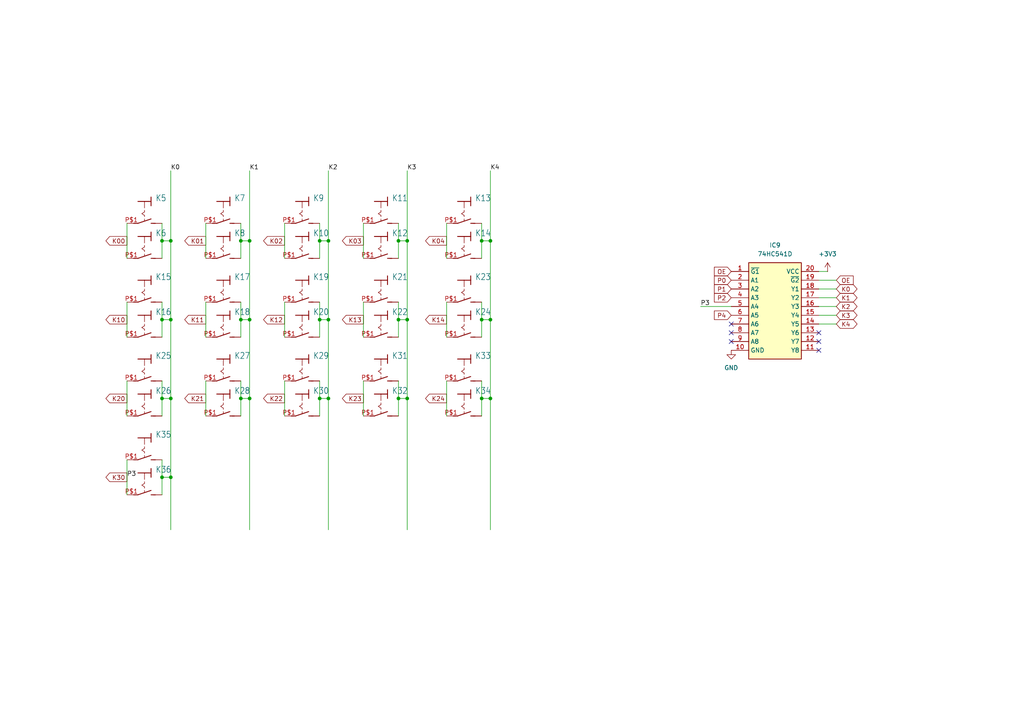
<source format=kicad_sch>
(kicad_sch
	(version 20231120)
	(generator "eeschema")
	(generator_version "8.0")
	(uuid "8d4df75a-637c-4bab-a741-c3c387f9230d")
	(paper "A4")
	(lib_symbols
		(symbol "74HC541D:74HC541D"
			(exclude_from_sim no)
			(in_bom yes)
			(on_board yes)
			(property "Reference" "IC"
				(at 21.59 7.62 0)
				(effects
					(font
						(size 1.27 1.27)
					)
					(justify left top)
				)
			)
			(property "Value" "74HC541D"
				(at 21.59 5.08 0)
				(effects
					(font
						(size 1.27 1.27)
					)
					(justify left top)
				)
			)
			(property "Footprint" "SOIC127P1030X250-20N"
				(at 21.59 -94.92 0)
				(effects
					(font
						(size 1.27 1.27)
					)
					(justify left top)
					(hide yes)
				)
			)
			(property "Datasheet" "https://toshiba.semicon-storage.com/info/74HC541D_datasheet_en_20201117.pdf?did=37230&prodName=74HC541D"
				(at 21.59 -194.92 0)
				(effects
					(font
						(size 1.27 1.27)
					)
					(justify left top)
					(hide yes)
				)
			)
			(property "Description" "Buffers & Line Drivers Pb-F CMOS LOGIC IC SERIES SOIC14 Inverter Gate"
				(at 0 0 0)
				(effects
					(font
						(size 1.27 1.27)
					)
					(hide yes)
				)
			)
			(property "Height" "2.5"
				(at 21.59 -394.92 0)
				(effects
					(font
						(size 1.27 1.27)
					)
					(justify left top)
					(hide yes)
				)
			)
			(property "Manufacturer_Name" "Toshiba"
				(at 21.59 -494.92 0)
				(effects
					(font
						(size 1.27 1.27)
					)
					(justify left top)
					(hide yes)
				)
			)
			(property "Manufacturer_Part_Number" "74HC541D"
				(at 21.59 -594.92 0)
				(effects
					(font
						(size 1.27 1.27)
					)
					(justify left top)
					(hide yes)
				)
			)
			(property "Mouser Part Number" "757-74HC541D"
				(at 21.59 -694.92 0)
				(effects
					(font
						(size 1.27 1.27)
					)
					(justify left top)
					(hide yes)
				)
			)
			(property "Mouser Price/Stock" "https://www.mouser.co.uk/ProductDetail/Toshiba/74HC541D?qs=7EBvPakHacWokHt5eISKKA%3D%3D"
				(at 21.59 -794.92 0)
				(effects
					(font
						(size 1.27 1.27)
					)
					(justify left top)
					(hide yes)
				)
			)
			(property "Arrow Part Number" "74HC541D"
				(at 21.59 -894.92 0)
				(effects
					(font
						(size 1.27 1.27)
					)
					(justify left top)
					(hide yes)
				)
			)
			(property "Arrow Price/Stock" "https://www.arrow.com/en/products/74hc541d/toshiba?region=nac"
				(at 21.59 -994.92 0)
				(effects
					(font
						(size 1.27 1.27)
					)
					(justify left top)
					(hide yes)
				)
			)
			(symbol "74HC541D_1_1"
				(rectangle
					(start 5.08 2.54)
					(end 20.32 -25.4)
					(stroke
						(width 0.254)
						(type default)
					)
					(fill
						(type background)
					)
				)
				(pin passive line
					(at 0 0 0)
					(length 5.08)
					(name "~{G1}"
						(effects
							(font
								(size 1.27 1.27)
							)
						)
					)
					(number "1"
						(effects
							(font
								(size 1.27 1.27)
							)
						)
					)
				)
				(pin passive line
					(at 0 -22.86 0)
					(length 5.08)
					(name "GND"
						(effects
							(font
								(size 1.27 1.27)
							)
						)
					)
					(number "10"
						(effects
							(font
								(size 1.27 1.27)
							)
						)
					)
				)
				(pin passive line
					(at 25.4 -22.86 180)
					(length 5.08)
					(name "Y8"
						(effects
							(font
								(size 1.27 1.27)
							)
						)
					)
					(number "11"
						(effects
							(font
								(size 1.27 1.27)
							)
						)
					)
				)
				(pin passive line
					(at 25.4 -20.32 180)
					(length 5.08)
					(name "Y7"
						(effects
							(font
								(size 1.27 1.27)
							)
						)
					)
					(number "12"
						(effects
							(font
								(size 1.27 1.27)
							)
						)
					)
				)
				(pin passive line
					(at 25.4 -17.78 180)
					(length 5.08)
					(name "Y6"
						(effects
							(font
								(size 1.27 1.27)
							)
						)
					)
					(number "13"
						(effects
							(font
								(size 1.27 1.27)
							)
						)
					)
				)
				(pin passive line
					(at 25.4 -15.24 180)
					(length 5.08)
					(name "Y5"
						(effects
							(font
								(size 1.27 1.27)
							)
						)
					)
					(number "14"
						(effects
							(font
								(size 1.27 1.27)
							)
						)
					)
				)
				(pin passive line
					(at 25.4 -12.7 180)
					(length 5.08)
					(name "Y4"
						(effects
							(font
								(size 1.27 1.27)
							)
						)
					)
					(number "15"
						(effects
							(font
								(size 1.27 1.27)
							)
						)
					)
				)
				(pin passive line
					(at 25.4 -10.16 180)
					(length 5.08)
					(name "Y3"
						(effects
							(font
								(size 1.27 1.27)
							)
						)
					)
					(number "16"
						(effects
							(font
								(size 1.27 1.27)
							)
						)
					)
				)
				(pin passive line
					(at 25.4 -7.62 180)
					(length 5.08)
					(name "Y2"
						(effects
							(font
								(size 1.27 1.27)
							)
						)
					)
					(number "17"
						(effects
							(font
								(size 1.27 1.27)
							)
						)
					)
				)
				(pin passive line
					(at 25.4 -5.08 180)
					(length 5.08)
					(name "Y1"
						(effects
							(font
								(size 1.27 1.27)
							)
						)
					)
					(number "18"
						(effects
							(font
								(size 1.27 1.27)
							)
						)
					)
				)
				(pin passive line
					(at 25.4 -2.54 180)
					(length 5.08)
					(name "~{G2}"
						(effects
							(font
								(size 1.27 1.27)
							)
						)
					)
					(number "19"
						(effects
							(font
								(size 1.27 1.27)
							)
						)
					)
				)
				(pin passive line
					(at 0 -2.54 0)
					(length 5.08)
					(name "A1"
						(effects
							(font
								(size 1.27 1.27)
							)
						)
					)
					(number "2"
						(effects
							(font
								(size 1.27 1.27)
							)
						)
					)
				)
				(pin passive line
					(at 25.4 0 180)
					(length 5.08)
					(name "VCC"
						(effects
							(font
								(size 1.27 1.27)
							)
						)
					)
					(number "20"
						(effects
							(font
								(size 1.27 1.27)
							)
						)
					)
				)
				(pin passive line
					(at 0 -5.08 0)
					(length 5.08)
					(name "A2"
						(effects
							(font
								(size 1.27 1.27)
							)
						)
					)
					(number "3"
						(effects
							(font
								(size 1.27 1.27)
							)
						)
					)
				)
				(pin passive line
					(at 0 -7.62 0)
					(length 5.08)
					(name "A3"
						(effects
							(font
								(size 1.27 1.27)
							)
						)
					)
					(number "4"
						(effects
							(font
								(size 1.27 1.27)
							)
						)
					)
				)
				(pin passive line
					(at 0 -10.16 0)
					(length 5.08)
					(name "A4"
						(effects
							(font
								(size 1.27 1.27)
							)
						)
					)
					(number "5"
						(effects
							(font
								(size 1.27 1.27)
							)
						)
					)
				)
				(pin passive line
					(at 0 -12.7 0)
					(length 5.08)
					(name "A5"
						(effects
							(font
								(size 1.27 1.27)
							)
						)
					)
					(number "6"
						(effects
							(font
								(size 1.27 1.27)
							)
						)
					)
				)
				(pin passive line
					(at 0 -15.24 0)
					(length 5.08)
					(name "A6"
						(effects
							(font
								(size 1.27 1.27)
							)
						)
					)
					(number "7"
						(effects
							(font
								(size 1.27 1.27)
							)
						)
					)
				)
				(pin passive line
					(at 0 -17.78 0)
					(length 5.08)
					(name "A7"
						(effects
							(font
								(size 1.27 1.27)
							)
						)
					)
					(number "8"
						(effects
							(font
								(size 1.27 1.27)
							)
						)
					)
				)
				(pin passive line
					(at 0 -20.32 0)
					(length 5.08)
					(name "A8"
						(effects
							(font
								(size 1.27 1.27)
							)
						)
					)
					(number "9"
						(effects
							(font
								(size 1.27 1.27)
							)
						)
					)
				)
			)
		)
		(symbol "Beispiel_Schaltmatte_LED-eagle-import:TASTE_GROSS"
			(exclude_from_sim no)
			(in_bom yes)
			(on_board yes)
			(property "Reference" "K"
				(at -3.81 3.175 90)
				(effects
					(font
						(size 1.778 1.5113)
					)
					(justify left bottom)
				)
			)
			(property "Value" ""
				(at -1.27 3.175 90)
				(effects
					(font
						(size 1.778 1.5113)
					)
					(justify left bottom)
				)
			)
			(property "Footprint" "Beispiel_Schaltmatte_LED:TASTE_GROSS"
				(at 0 0 0)
				(effects
					(font
						(size 1.27 1.27)
					)
					(hide yes)
				)
			)
			(property "Datasheet" ""
				(at 0 0 0)
				(effects
					(font
						(size 1.27 1.27)
					)
					(hide yes)
				)
			)
			(property "Description" ""
				(at 0 0 0)
				(effects
					(font
						(size 1.27 1.27)
					)
					(hide yes)
				)
			)
			(property "ki_locked" ""
				(at 0 0 0)
				(effects
					(font
						(size 1.27 1.27)
					)
				)
			)
			(symbol "TASTE_GROSS_1_0"
				(polyline
					(pts
						(xy -5.08 1.905) (xy -3.81 1.905)
					)
					(stroke
						(width 0.254)
						(type solid)
					)
					(fill
						(type none)
					)
				)
				(polyline
					(pts
						(xy -3.81 0) (xy -3.81 -1.905)
					)
					(stroke
						(width 0.254)
						(type solid)
					)
					(fill
						(type none)
					)
				)
				(polyline
					(pts
						(xy -3.81 0) (xy -1.905 0)
					)
					(stroke
						(width 0.1524)
						(type solid)
					)
					(fill
						(type none)
					)
				)
				(polyline
					(pts
						(xy -3.81 1.905) (xy -3.81 0)
					)
					(stroke
						(width 0.254)
						(type solid)
					)
					(fill
						(type none)
					)
				)
				(polyline
					(pts
						(xy -3.81 1.905) (xy -2.54 1.905)
					)
					(stroke
						(width 0.254)
						(type solid)
					)
					(fill
						(type none)
					)
				)
				(polyline
					(pts
						(xy -1.27 0) (xy -0.762 0)
					)
					(stroke
						(width 0.1524)
						(type solid)
					)
					(fill
						(type none)
					)
				)
				(polyline
					(pts
						(xy -0.762 0) (xy -0.254 -0.762)
					)
					(stroke
						(width 0.1524)
						(type solid)
					)
					(fill
						(type none)
					)
				)
				(polyline
					(pts
						(xy -0.254 -0.762) (xy 0.254 0)
					)
					(stroke
						(width 0.1524)
						(type solid)
					)
					(fill
						(type none)
					)
				)
				(polyline
					(pts
						(xy 0.254 0) (xy 0.635 0)
					)
					(stroke
						(width 0.1524)
						(type solid)
					)
					(fill
						(type none)
					)
				)
				(polyline
					(pts
						(xy 1.27 0) (xy 1.905 0)
					)
					(stroke
						(width 0.1524)
						(type solid)
					)
					(fill
						(type none)
					)
				)
				(polyline
					(pts
						(xy 2.54 -3.175) (xy 2.54 -1.905)
					)
					(stroke
						(width 0.254)
						(type solid)
					)
					(fill
						(type none)
					)
				)
				(polyline
					(pts
						(xy 2.54 -1.905) (xy 1.27 1.905)
					)
					(stroke
						(width 0.254)
						(type solid)
					)
					(fill
						(type none)
					)
				)
				(polyline
					(pts
						(xy 2.54 1.905) (xy 2.54 3.175)
					)
					(stroke
						(width 0.254)
						(type solid)
					)
					(fill
						(type none)
					)
				)
				(pin passive line
					(at 2.54 -5.08 90)
					(length 2.54)
					(name "P"
						(effects
							(font
								(size 0 0)
							)
						)
					)
					(number "P$1"
						(effects
							(font
								(size 1.27 1.27)
							)
						)
					)
				)
				(pin passive line
					(at 2.54 5.08 270)
					(length 2.54)
					(name "S"
						(effects
							(font
								(size 0 0)
							)
						)
					)
					(number "P$2"
						(effects
							(font
								(size 0 0)
							)
						)
					)
				)
				(pin passive line
					(at 2.54 5.08 270)
					(length 2.54)
					(name "S"
						(effects
							(font
								(size 0 0)
							)
						)
					)
					(number "P$3"
						(effects
							(font
								(size 0 0)
							)
						)
					)
				)
			)
		)
		(symbol "TASTE_GROSS_1"
			(exclude_from_sim no)
			(in_bom yes)
			(on_board yes)
			(property "Reference" "K"
				(at -3.81 3.175 90)
				(effects
					(font
						(size 1.778 1.5113)
					)
					(justify left bottom)
				)
			)
			(property "Value" ""
				(at -1.27 3.175 90)
				(effects
					(font
						(size 1.778 1.5113)
					)
					(justify left bottom)
				)
			)
			(property "Footprint" "Beispiel_Schaltmatte_LED:TASTE_GROSS"
				(at 0 0 0)
				(effects
					(font
						(size 1.27 1.27)
					)
					(hide yes)
				)
			)
			(property "Datasheet" ""
				(at 0 0 0)
				(effects
					(font
						(size 1.27 1.27)
					)
					(hide yes)
				)
			)
			(property "Description" ""
				(at 0 0 0)
				(effects
					(font
						(size 1.27 1.27)
					)
					(hide yes)
				)
			)
			(property "ki_locked" ""
				(at 0 0 0)
				(effects
					(font
						(size 1.27 1.27)
					)
				)
			)
			(symbol "TASTE_GROSS_1_1_0"
				(polyline
					(pts
						(xy -5.08 1.905) (xy -3.81 1.905)
					)
					(stroke
						(width 0.254)
						(type solid)
					)
					(fill
						(type none)
					)
				)
				(polyline
					(pts
						(xy -3.81 0) (xy -3.81 -1.905)
					)
					(stroke
						(width 0.254)
						(type solid)
					)
					(fill
						(type none)
					)
				)
				(polyline
					(pts
						(xy -3.81 0) (xy -1.905 0)
					)
					(stroke
						(width 0.1524)
						(type solid)
					)
					(fill
						(type none)
					)
				)
				(polyline
					(pts
						(xy -3.81 1.905) (xy -3.81 0)
					)
					(stroke
						(width 0.254)
						(type solid)
					)
					(fill
						(type none)
					)
				)
				(polyline
					(pts
						(xy -3.81 1.905) (xy -2.54 1.905)
					)
					(stroke
						(width 0.254)
						(type solid)
					)
					(fill
						(type none)
					)
				)
				(polyline
					(pts
						(xy -1.27 0) (xy -0.762 0)
					)
					(stroke
						(width 0.1524)
						(type solid)
					)
					(fill
						(type none)
					)
				)
				(polyline
					(pts
						(xy -0.762 0) (xy -0.254 -0.762)
					)
					(stroke
						(width 0.1524)
						(type solid)
					)
					(fill
						(type none)
					)
				)
				(polyline
					(pts
						(xy -0.254 -0.762) (xy 0.254 0)
					)
					(stroke
						(width 0.1524)
						(type solid)
					)
					(fill
						(type none)
					)
				)
				(polyline
					(pts
						(xy 0.254 0) (xy 0.635 0)
					)
					(stroke
						(width 0.1524)
						(type solid)
					)
					(fill
						(type none)
					)
				)
				(polyline
					(pts
						(xy 1.27 0) (xy 1.905 0)
					)
					(stroke
						(width 0.1524)
						(type solid)
					)
					(fill
						(type none)
					)
				)
				(polyline
					(pts
						(xy 2.54 -3.175) (xy 2.54 -1.905)
					)
					(stroke
						(width 0.254)
						(type solid)
					)
					(fill
						(type none)
					)
				)
				(polyline
					(pts
						(xy 2.54 -1.905) (xy 1.27 1.905)
					)
					(stroke
						(width 0.254)
						(type solid)
					)
					(fill
						(type none)
					)
				)
				(polyline
					(pts
						(xy 2.54 1.905) (xy 2.54 3.175)
					)
					(stroke
						(width 0.254)
						(type solid)
					)
					(fill
						(type none)
					)
				)
				(pin passive line
					(at 2.54 -5.08 90)
					(length 2.54)
					(name "P"
						(effects
							(font
								(size 0 0)
							)
						)
					)
					(number "P$1"
						(effects
							(font
								(size 1.27 1.27)
							)
						)
					)
				)
				(pin passive line
					(at 2.54 5.08 270)
					(length 2.54)
					(name "S"
						(effects
							(font
								(size 0 0)
							)
						)
					)
					(number "P$2"
						(effects
							(font
								(size 0 0)
							)
						)
					)
				)
				(pin passive line
					(at 2.54 5.08 270)
					(length 2.54)
					(name "S"
						(effects
							(font
								(size 0 0)
							)
						)
					)
					(number "P$3"
						(effects
							(font
								(size 0 0)
							)
						)
					)
				)
			)
		)
		(symbol "power:+3V3"
			(power)
			(pin_numbers hide)
			(pin_names
				(offset 0) hide)
			(exclude_from_sim no)
			(in_bom yes)
			(on_board yes)
			(property "Reference" "#PWR"
				(at 0 -3.81 0)
				(effects
					(font
						(size 1.27 1.27)
					)
					(hide yes)
				)
			)
			(property "Value" "+3V3"
				(at 0 3.556 0)
				(effects
					(font
						(size 1.27 1.27)
					)
				)
			)
			(property "Footprint" ""
				(at 0 0 0)
				(effects
					(font
						(size 1.27 1.27)
					)
					(hide yes)
				)
			)
			(property "Datasheet" ""
				(at 0 0 0)
				(effects
					(font
						(size 1.27 1.27)
					)
					(hide yes)
				)
			)
			(property "Description" "Power symbol creates a global label with name \"+3V3\""
				(at 0 0 0)
				(effects
					(font
						(size 1.27 1.27)
					)
					(hide yes)
				)
			)
			(property "ki_keywords" "global power"
				(at 0 0 0)
				(effects
					(font
						(size 1.27 1.27)
					)
					(hide yes)
				)
			)
			(symbol "+3V3_0_1"
				(polyline
					(pts
						(xy -0.762 1.27) (xy 0 2.54)
					)
					(stroke
						(width 0)
						(type default)
					)
					(fill
						(type none)
					)
				)
				(polyline
					(pts
						(xy 0 0) (xy 0 2.54)
					)
					(stroke
						(width 0)
						(type default)
					)
					(fill
						(type none)
					)
				)
				(polyline
					(pts
						(xy 0 2.54) (xy 0.762 1.27)
					)
					(stroke
						(width 0)
						(type default)
					)
					(fill
						(type none)
					)
				)
			)
			(symbol "+3V3_1_1"
				(pin power_in line
					(at 0 0 90)
					(length 0)
					(name "~"
						(effects
							(font
								(size 1.27 1.27)
							)
						)
					)
					(number "1"
						(effects
							(font
								(size 1.27 1.27)
							)
						)
					)
				)
			)
		)
		(symbol "power:GND"
			(power)
			(pin_numbers hide)
			(pin_names
				(offset 0) hide)
			(exclude_from_sim no)
			(in_bom yes)
			(on_board yes)
			(property "Reference" "#PWR"
				(at 0 -6.35 0)
				(effects
					(font
						(size 1.27 1.27)
					)
					(hide yes)
				)
			)
			(property "Value" "GND"
				(at 0 -3.81 0)
				(effects
					(font
						(size 1.27 1.27)
					)
				)
			)
			(property "Footprint" ""
				(at 0 0 0)
				(effects
					(font
						(size 1.27 1.27)
					)
					(hide yes)
				)
			)
			(property "Datasheet" ""
				(at 0 0 0)
				(effects
					(font
						(size 1.27 1.27)
					)
					(hide yes)
				)
			)
			(property "Description" "Power symbol creates a global label with name \"GND\" , ground"
				(at 0 0 0)
				(effects
					(font
						(size 1.27 1.27)
					)
					(hide yes)
				)
			)
			(property "ki_keywords" "global power"
				(at 0 0 0)
				(effects
					(font
						(size 1.27 1.27)
					)
					(hide yes)
				)
			)
			(symbol "GND_0_1"
				(polyline
					(pts
						(xy 0 0) (xy 0 -1.27) (xy 1.27 -1.27) (xy 0 -2.54) (xy -1.27 -1.27) (xy 0 -1.27)
					)
					(stroke
						(width 0)
						(type default)
					)
					(fill
						(type none)
					)
				)
			)
			(symbol "GND_1_1"
				(pin power_in line
					(at 0 0 270)
					(length 0)
					(name "~"
						(effects
							(font
								(size 1.27 1.27)
							)
						)
					)
					(number "1"
						(effects
							(font
								(size 1.27 1.27)
							)
						)
					)
				)
			)
		)
	)
	(junction
		(at 115.57 115.57)
		(diameter 0)
		(color 0 0 0 0)
		(uuid "0a7de8a7-4f27-4021-88d1-2b4238842959")
	)
	(junction
		(at 92.71 115.57)
		(diameter 0)
		(color 0 0 0 0)
		(uuid "18526b7b-575c-4d3d-b08f-9b7b9a4d282c")
	)
	(junction
		(at 46.99 69.85)
		(diameter 0)
		(color 0 0 0 0)
		(uuid "19745edb-d93f-4b8a-aa40-4cab20f6b13a")
	)
	(junction
		(at 72.39 115.57)
		(diameter 0)
		(color 0 0 0 0)
		(uuid "2b48df0d-d2e9-4666-bcae-7d7ec3e0bfea")
	)
	(junction
		(at 49.53 92.71)
		(diameter 0)
		(color 0 0 0 0)
		(uuid "3cf3878c-6de5-44ba-8135-39e0f5590762")
	)
	(junction
		(at 72.39 92.71)
		(diameter 0)
		(color 0 0 0 0)
		(uuid "3e07756b-8127-41c9-9e16-e5d069173c08")
	)
	(junction
		(at 142.24 115.57)
		(diameter 0)
		(color 0 0 0 0)
		(uuid "3ee93cc3-2dce-4343-a1ae-4fdc6fb9930a")
	)
	(junction
		(at 118.11 69.85)
		(diameter 0)
		(color 0 0 0 0)
		(uuid "400be98a-f9d3-4937-9976-cf0acedbd709")
	)
	(junction
		(at 49.53 115.57)
		(diameter 0)
		(color 0 0 0 0)
		(uuid "59995c14-1e8f-4e8b-9416-88663929e7f9")
	)
	(junction
		(at 46.99 138.43)
		(diameter 0)
		(color 0 0 0 0)
		(uuid "5f83ee29-47fc-404d-9045-e46668ff32a6")
	)
	(junction
		(at 72.39 69.85)
		(diameter 0)
		(color 0 0 0 0)
		(uuid "66dafeac-7b38-4bdd-b083-710a8bc409d9")
	)
	(junction
		(at 69.85 115.57)
		(diameter 0)
		(color 0 0 0 0)
		(uuid "6a882226-b59d-4d0b-9d39-56f61224ada4")
	)
	(junction
		(at 142.24 69.85)
		(diameter 0)
		(color 0 0 0 0)
		(uuid "7ac008f9-ed44-4c1b-9fdf-b1484362af1e")
	)
	(junction
		(at 92.71 92.71)
		(diameter 0)
		(color 0 0 0 0)
		(uuid "83d9f2a7-7b06-45cd-aebf-f854722f1dd7")
	)
	(junction
		(at 46.99 115.57)
		(diameter 0)
		(color 0 0 0 0)
		(uuid "86d4b6e6-4037-4579-bd1e-a28f40ba0df8")
	)
	(junction
		(at 95.25 115.57)
		(diameter 0)
		(color 0 0 0 0)
		(uuid "8e4f23ad-3ac8-4e4b-8504-b65d0832c840")
	)
	(junction
		(at 115.57 92.71)
		(diameter 0)
		(color 0 0 0 0)
		(uuid "951754fc-02cd-422e-858e-e21059403d04")
	)
	(junction
		(at 92.71 69.85)
		(diameter 0)
		(color 0 0 0 0)
		(uuid "97194ca4-04bd-4fae-b2c3-dac57d806eb8")
	)
	(junction
		(at 142.24 92.71)
		(diameter 0)
		(color 0 0 0 0)
		(uuid "973086fb-404c-4c65-9289-f06979cb329b")
	)
	(junction
		(at 46.99 92.71)
		(diameter 0)
		(color 0 0 0 0)
		(uuid "9751f55b-1d31-441d-8f84-2d45f9f83de1")
	)
	(junction
		(at 118.11 115.57)
		(diameter 0)
		(color 0 0 0 0)
		(uuid "9769439e-432a-4722-9cb9-92b02f0c76b8")
	)
	(junction
		(at 139.7 69.85)
		(diameter 0)
		(color 0 0 0 0)
		(uuid "98bdaa73-15e2-435b-8abc-6be538bf7d46")
	)
	(junction
		(at 115.57 69.85)
		(diameter 0)
		(color 0 0 0 0)
		(uuid "9f216a95-9b84-4a03-8dd2-9f82e3ae3de8")
	)
	(junction
		(at 139.7 115.57)
		(diameter 0)
		(color 0 0 0 0)
		(uuid "9f2b0538-1295-42fc-8ae3-299881bd47b5")
	)
	(junction
		(at 95.25 92.71)
		(diameter 0)
		(color 0 0 0 0)
		(uuid "a3881a58-c22d-49a4-8b14-448e830770df")
	)
	(junction
		(at 139.7 92.71)
		(diameter 0)
		(color 0 0 0 0)
		(uuid "a76c1ece-6484-44f2-9a41-c95c34de9089")
	)
	(junction
		(at 69.85 69.85)
		(diameter 0)
		(color 0 0 0 0)
		(uuid "b06b587c-c9bb-4149-ab0b-8d95d69652cc")
	)
	(junction
		(at 49.53 138.43)
		(diameter 0)
		(color 0 0 0 0)
		(uuid "b5137648-b740-4d7d-ba9e-e3ca0b7d024f")
	)
	(junction
		(at 118.11 92.71)
		(diameter 0)
		(color 0 0 0 0)
		(uuid "b9e8f167-1aad-41be-b8aa-cfc3155ad33e")
	)
	(junction
		(at 69.85 92.71)
		(diameter 0)
		(color 0 0 0 0)
		(uuid "c0f90f7c-40f5-416b-9a78-800a470b38fd")
	)
	(junction
		(at 95.25 69.85)
		(diameter 0)
		(color 0 0 0 0)
		(uuid "d02b23f9-683b-40ea-81ce-ce21881d4292")
	)
	(junction
		(at 49.53 69.85)
		(diameter 0)
		(color 0 0 0 0)
		(uuid "ec34284d-06c4-4d86-907c-7711f8b70121")
	)
	(no_connect
		(at 212.09 96.52)
		(uuid "01be9d8c-f6f0-4ade-9d36-89d5fb562ab3")
	)
	(no_connect
		(at 237.49 99.06)
		(uuid "02b77052-a8c9-40cf-b202-577d6414f4a3")
	)
	(no_connect
		(at 212.09 99.06)
		(uuid "485e7ea3-5e41-41a4-bc9a-b6a14672884b")
	)
	(no_connect
		(at 237.49 96.52)
		(uuid "5a7312e8-026b-4caf-912e-207a9ee7e8bd")
	)
	(no_connect
		(at 212.09 93.98)
		(uuid "dec4bac9-9e37-4e3d-9a00-789cf76070a3")
	)
	(no_connect
		(at 237.49 101.6)
		(uuid "ef3e5bcb-4401-4f77-8e5a-72edb8b4f9d5")
	)
	(wire
		(pts
			(xy 237.49 91.44) (xy 242.57 91.44)
		)
		(stroke
			(width 0)
			(type default)
		)
		(uuid "0297e670-2f09-45a1-9bc0-5b55fdecb71a")
	)
	(wire
		(pts
			(xy 118.11 49.53) (xy 118.11 69.85)
		)
		(stroke
			(width 0)
			(type default)
		)
		(uuid "03d0c2f4-d592-4686-bea0-d1a2e74620f6")
	)
	(wire
		(pts
			(xy 118.11 115.57) (xy 118.11 153.67)
		)
		(stroke
			(width 0)
			(type default)
		)
		(uuid "07cb3259-89ad-4abd-93a9-c8dbb6deae23")
	)
	(wire
		(pts
			(xy 115.57 115.57) (xy 118.11 115.57)
		)
		(stroke
			(width 0.1524)
			(type solid)
		)
		(uuid "0b513508-f200-4fba-b3dd-ec787aa1a5ee")
	)
	(wire
		(pts
			(xy 139.7 64.77) (xy 139.7 69.85)
		)
		(stroke
			(width 0.1524)
			(type solid)
		)
		(uuid "0b814478-c625-4874-8547-bcc813aaa075")
	)
	(wire
		(pts
			(xy 129.54 87.63) (xy 129.54 97.79)
		)
		(stroke
			(width 0.1524)
			(type solid)
		)
		(uuid "0b8e85cb-b4c4-49f1-90a6-e5831388a565")
	)
	(wire
		(pts
			(xy 36.83 64.77) (xy 36.83 74.93)
		)
		(stroke
			(width 0.1524)
			(type solid)
		)
		(uuid "0c2b27bd-7bee-479e-8d0f-6368ea2ce7c9")
	)
	(wire
		(pts
			(xy 92.71 115.57) (xy 95.25 115.57)
		)
		(stroke
			(width 0.1524)
			(type solid)
		)
		(uuid "0d7d2b2e-3f13-46de-ba5a-6e14124f5366")
	)
	(wire
		(pts
			(xy 237.49 88.9) (xy 242.57 88.9)
		)
		(stroke
			(width 0)
			(type default)
		)
		(uuid "0e6c7e3b-460b-4736-b947-44c39f2f8d1e")
	)
	(wire
		(pts
			(xy 92.71 115.57) (xy 92.71 120.65)
		)
		(stroke
			(width 0.1524)
			(type solid)
		)
		(uuid "12103da8-3fbc-4007-bed2-f7dfbb137fe0")
	)
	(wire
		(pts
			(xy 46.99 92.71) (xy 46.99 97.79)
		)
		(stroke
			(width 0.1524)
			(type solid)
		)
		(uuid "1422e270-6f62-4cbc-ad82-c266ee59e0ba")
	)
	(wire
		(pts
			(xy 46.99 87.63) (xy 46.99 92.71)
		)
		(stroke
			(width 0.1524)
			(type solid)
		)
		(uuid "1d225c8f-4923-483e-8c10-562885f54b50")
	)
	(wire
		(pts
			(xy 69.85 110.49) (xy 69.85 115.57)
		)
		(stroke
			(width 0.1524)
			(type solid)
		)
		(uuid "1d3149a2-f196-403d-a71c-af04d0fa514f")
	)
	(wire
		(pts
			(xy 115.57 64.77) (xy 115.57 69.85)
		)
		(stroke
			(width 0.1524)
			(type solid)
		)
		(uuid "1ddd872e-aaa9-4c6a-ad56-67797efe51d9")
	)
	(wire
		(pts
			(xy 36.83 87.63) (xy 36.83 97.79)
		)
		(stroke
			(width 0.1524)
			(type solid)
		)
		(uuid "1f0f551a-f475-49b1-9c56-b6e549cc8fd9")
	)
	(wire
		(pts
			(xy 139.7 115.57) (xy 142.24 115.57)
		)
		(stroke
			(width 0.1524)
			(type solid)
		)
		(uuid "1ffa7412-4e43-4ee6-a47e-6409bf769978")
	)
	(wire
		(pts
			(xy 92.71 87.63) (xy 92.71 92.71)
		)
		(stroke
			(width 0.1524)
			(type solid)
		)
		(uuid "23ebadca-eb4f-42f5-ab7e-d46b39b4bca5")
	)
	(wire
		(pts
			(xy 92.71 69.85) (xy 95.25 69.85)
		)
		(stroke
			(width 0.1524)
			(type solid)
		)
		(uuid "282fa620-de86-4ebb-92c5-8ba1957d94e3")
	)
	(wire
		(pts
			(xy 82.55 110.49) (xy 82.55 120.65)
		)
		(stroke
			(width 0.1524)
			(type solid)
		)
		(uuid "287f4853-8625-4c41-bcc3-0e92112249f4")
	)
	(wire
		(pts
			(xy 237.49 93.98) (xy 242.57 93.98)
		)
		(stroke
			(width 0)
			(type default)
		)
		(uuid "29afffe3-dbd6-4780-acef-daf20c9bcb88")
	)
	(wire
		(pts
			(xy 237.49 83.82) (xy 242.57 83.82)
		)
		(stroke
			(width 0)
			(type default)
		)
		(uuid "2c7d8a24-1567-4930-8ac0-9e947470f101")
	)
	(wire
		(pts
			(xy 49.53 138.43) (xy 49.53 153.67)
		)
		(stroke
			(width 0)
			(type default)
		)
		(uuid "3032b8aa-153d-41c9-a084-637a30108a9d")
	)
	(wire
		(pts
			(xy 115.57 92.71) (xy 118.11 92.71)
		)
		(stroke
			(width 0.1524)
			(type solid)
		)
		(uuid "385b6c48-d736-4862-b1fd-ffbda77ccb9c")
	)
	(wire
		(pts
			(xy 69.85 87.63) (xy 69.85 92.71)
		)
		(stroke
			(width 0.1524)
			(type solid)
		)
		(uuid "391719c8-4775-4aa2-921f-218a4c9bd3b9")
	)
	(wire
		(pts
			(xy 49.53 49.53) (xy 49.53 69.85)
		)
		(stroke
			(width 0)
			(type default)
		)
		(uuid "3b2b8dba-de03-4a48-a6f9-0a247811553b")
	)
	(wire
		(pts
			(xy 118.11 92.71) (xy 118.11 115.57)
		)
		(stroke
			(width 0)
			(type default)
		)
		(uuid "3c23485e-2c1b-4871-8cd6-411650f279af")
	)
	(wire
		(pts
			(xy 46.99 92.71) (xy 49.53 92.71)
		)
		(stroke
			(width 0.1524)
			(type solid)
		)
		(uuid "41397442-b87a-4255-aa51-671c2b18d592")
	)
	(wire
		(pts
			(xy 49.53 92.71) (xy 49.53 115.57)
		)
		(stroke
			(width 0)
			(type default)
		)
		(uuid "4177e07a-60f3-4c0e-8f93-018d548a4338")
	)
	(wire
		(pts
			(xy 139.7 110.49) (xy 139.7 115.57)
		)
		(stroke
			(width 0.1524)
			(type solid)
		)
		(uuid "43051e3d-3097-4dd4-9694-dd0522e5d03e")
	)
	(wire
		(pts
			(xy 82.55 87.63) (xy 82.55 97.79)
		)
		(stroke
			(width 0.1524)
			(type solid)
		)
		(uuid "448f103d-775b-4f39-b3c7-c062e1439bb3")
	)
	(wire
		(pts
			(xy 36.83 110.49) (xy 36.83 120.65)
		)
		(stroke
			(width 0.1524)
			(type solid)
		)
		(uuid "46a3fa42-0a92-418d-a508-f2340477df1a")
	)
	(wire
		(pts
			(xy 72.39 115.57) (xy 72.39 153.67)
		)
		(stroke
			(width 0)
			(type default)
		)
		(uuid "47f28447-4d1b-46c2-9558-980737694b35")
	)
	(wire
		(pts
			(xy 95.25 92.71) (xy 95.25 115.57)
		)
		(stroke
			(width 0)
			(type default)
		)
		(uuid "484ab8ff-0e80-4cfd-9f12-542a83fd3845")
	)
	(wire
		(pts
			(xy 69.85 69.85) (xy 69.85 74.93)
		)
		(stroke
			(width 0.1524)
			(type solid)
		)
		(uuid "488c872a-6195-4cae-8876-f40d9554068d")
	)
	(wire
		(pts
			(xy 69.85 92.71) (xy 69.85 97.79)
		)
		(stroke
			(width 0.1524)
			(type solid)
		)
		(uuid "4d938cba-572c-443a-b2f3-eaf957bf9c56")
	)
	(wire
		(pts
			(xy 46.99 110.49) (xy 46.99 115.57)
		)
		(stroke
			(width 0.1524)
			(type solid)
		)
		(uuid "507b4242-4306-462b-a532-04a012ba9a58")
	)
	(wire
		(pts
			(xy 46.99 138.43) (xy 46.99 143.51)
		)
		(stroke
			(width 0.1524)
			(type solid)
		)
		(uuid "57377cc2-bfe3-434d-8fea-7e5b83b31095")
	)
	(wire
		(pts
			(xy 129.54 110.49) (xy 129.54 120.65)
		)
		(stroke
			(width 0.1524)
			(type solid)
		)
		(uuid "57bffd43-c877-4771-9bb3-24fa2003224e")
	)
	(wire
		(pts
			(xy 139.7 87.63) (xy 139.7 92.71)
		)
		(stroke
			(width 0.1524)
			(type solid)
		)
		(uuid "63143f3f-a09c-4ff0-ad4c-c39f346eeb66")
	)
	(wire
		(pts
			(xy 105.41 87.63) (xy 105.41 97.79)
		)
		(stroke
			(width 0.1524)
			(type solid)
		)
		(uuid "63c0f7d4-02f3-4a9d-98bc-9edcbdebb415")
	)
	(wire
		(pts
			(xy 69.85 69.85) (xy 72.39 69.85)
		)
		(stroke
			(width 0.1524)
			(type solid)
		)
		(uuid "64bdb258-22d4-4d17-9a89-67eb122626fb")
	)
	(wire
		(pts
			(xy 115.57 115.57) (xy 115.57 120.65)
		)
		(stroke
			(width 0.1524)
			(type solid)
		)
		(uuid "6de4cb19-c8ba-4097-a07a-47d0d605fc29")
	)
	(wire
		(pts
			(xy 139.7 115.57) (xy 139.7 120.65)
		)
		(stroke
			(width 0.1524)
			(type solid)
		)
		(uuid "6ea82ead-22ba-4a7c-9d4c-4fbda0424711")
	)
	(wire
		(pts
			(xy 139.7 92.71) (xy 139.7 97.79)
		)
		(stroke
			(width 0.1524)
			(type solid)
		)
		(uuid "70eb18bf-3672-44d1-b3e0-80b13703cd58")
	)
	(wire
		(pts
			(xy 72.39 92.71) (xy 72.39 115.57)
		)
		(stroke
			(width 0)
			(type default)
		)
		(uuid "70fbcab8-548b-47f8-b571-8467e8bf3f37")
	)
	(wire
		(pts
			(xy 92.71 92.71) (xy 92.71 97.79)
		)
		(stroke
			(width 0.1524)
			(type solid)
		)
		(uuid "7479a995-6ddc-4932-ab2e-eaffe44fa970")
	)
	(wire
		(pts
			(xy 69.85 115.57) (xy 69.85 120.65)
		)
		(stroke
			(width 0.1524)
			(type solid)
		)
		(uuid "75adc299-512f-43b6-bf9f-538750aafc19")
	)
	(wire
		(pts
			(xy 72.39 49.53) (xy 72.39 69.85)
		)
		(stroke
			(width 0)
			(type default)
		)
		(uuid "7871dd7c-dd6d-43d7-9be9-237da71d3617")
	)
	(wire
		(pts
			(xy 95.25 69.85) (xy 95.25 92.71)
		)
		(stroke
			(width 0)
			(type default)
		)
		(uuid "78fc8b0a-a93b-4c9e-9d81-fe4049cc34a3")
	)
	(wire
		(pts
			(xy 82.55 64.77) (xy 82.55 74.93)
		)
		(stroke
			(width 0.1524)
			(type solid)
		)
		(uuid "7ab47054-250c-4864-a307-e0eff22d7e90")
	)
	(wire
		(pts
			(xy 237.49 86.36) (xy 242.57 86.36)
		)
		(stroke
			(width 0)
			(type default)
		)
		(uuid "7d5299ee-37ef-4b57-996c-1d73c10f8a7e")
	)
	(wire
		(pts
			(xy 92.71 110.49) (xy 92.71 115.57)
		)
		(stroke
			(width 0.1524)
			(type solid)
		)
		(uuid "81f19408-7e77-4155-ae01-3d3bfd03c2fc")
	)
	(wire
		(pts
			(xy 142.24 92.71) (xy 142.24 115.57)
		)
		(stroke
			(width 0)
			(type default)
		)
		(uuid "8283fc2a-392f-4ff5-b74b-24d6095d44f3")
	)
	(wire
		(pts
			(xy 49.53 69.85) (xy 49.53 92.71)
		)
		(stroke
			(width 0)
			(type default)
		)
		(uuid "88b61b28-e30f-4167-a647-e43190496426")
	)
	(wire
		(pts
			(xy 129.54 64.77) (xy 129.54 74.93)
		)
		(stroke
			(width 0.1524)
			(type solid)
		)
		(uuid "898fefb9-754f-4bb1-98e8-9de3c896d342")
	)
	(wire
		(pts
			(xy 237.49 81.28) (xy 242.57 81.28)
		)
		(stroke
			(width 0)
			(type default)
		)
		(uuid "8e02b244-b1fe-495b-9ff6-92659dbd4101")
	)
	(wire
		(pts
			(xy 105.41 64.77) (xy 105.41 74.93)
		)
		(stroke
			(width 0.1524)
			(type solid)
		)
		(uuid "919340f3-1ff2-443a-82ac-a204ce86f269")
	)
	(wire
		(pts
			(xy 46.99 64.77) (xy 46.99 69.85)
		)
		(stroke
			(width 0.1524)
			(type solid)
		)
		(uuid "93a6d239-37dd-403c-a4fe-be5e45e2196c")
	)
	(wire
		(pts
			(xy 46.99 69.85) (xy 49.53 69.85)
		)
		(stroke
			(width 0.1524)
			(type solid)
		)
		(uuid "9415cbb7-7197-4fc7-ac73-8b21107d58ec")
	)
	(wire
		(pts
			(xy 115.57 92.71) (xy 115.57 97.79)
		)
		(stroke
			(width 0.1524)
			(type solid)
		)
		(uuid "94f02a3a-047e-4fdb-b082-be03a3168d5e")
	)
	(wire
		(pts
			(xy 72.39 69.85) (xy 72.39 92.71)
		)
		(stroke
			(width 0)
			(type default)
		)
		(uuid "951f5996-4e68-4e10-8225-19a6f25e40fc")
	)
	(wire
		(pts
			(xy 69.85 64.77) (xy 69.85 69.85)
		)
		(stroke
			(width 0.1524)
			(type solid)
		)
		(uuid "9ad934c8-a4c5-4099-8f99-a2c495e00afa")
	)
	(wire
		(pts
			(xy 59.69 110.49) (xy 59.69 120.65)
		)
		(stroke
			(width 0.1524)
			(type solid)
		)
		(uuid "9bc6cf2d-a68f-4acf-9fbb-c6ee5dc2e7f7")
	)
	(wire
		(pts
			(xy 142.24 115.57) (xy 142.24 153.67)
		)
		(stroke
			(width 0)
			(type default)
		)
		(uuid "9cba1644-7e9a-4325-a898-cc8078dd2974")
	)
	(wire
		(pts
			(xy 49.53 115.57) (xy 49.53 138.43)
		)
		(stroke
			(width 0)
			(type default)
		)
		(uuid "a3ca37d2-9154-4c0e-bf94-edc6c80b46d8")
	)
	(wire
		(pts
			(xy 118.11 69.85) (xy 118.11 92.71)
		)
		(stroke
			(width 0)
			(type default)
		)
		(uuid "a7f5da56-3694-4620-b19d-3b31765764ac")
	)
	(wire
		(pts
			(xy 203.2 88.9) (xy 212.09 88.9)
		)
		(stroke
			(width 0)
			(type default)
		)
		(uuid "ab48edb8-6f81-4385-8398-f0edff3867bc")
	)
	(wire
		(pts
			(xy 115.57 110.49) (xy 115.57 115.57)
		)
		(stroke
			(width 0.1524)
			(type solid)
		)
		(uuid "af69725c-c611-41ad-b1c2-009c00ad5526")
	)
	(wire
		(pts
			(xy 69.85 92.71) (xy 72.39 92.71)
		)
		(stroke
			(width 0.1524)
			(type solid)
		)
		(uuid "b4bc6340-fd77-4ec7-a31b-15c360242613")
	)
	(wire
		(pts
			(xy 142.24 69.85) (xy 142.24 92.71)
		)
		(stroke
			(width 0)
			(type default)
		)
		(uuid "b6027291-921c-444b-8088-bbb7716d4a9b")
	)
	(wire
		(pts
			(xy 36.83 133.35) (xy 36.83 143.51)
		)
		(stroke
			(width 0.1524)
			(type solid)
		)
		(uuid "b73a2942-8e57-4f9d-9463-74b6e0d09f85")
	)
	(wire
		(pts
			(xy 46.99 115.57) (xy 49.53 115.57)
		)
		(stroke
			(width 0.1524)
			(type solid)
		)
		(uuid "bcf3e7ae-f214-4b87-bed7-cc1fdd12d626")
	)
	(wire
		(pts
			(xy 46.99 138.43) (xy 49.53 138.43)
		)
		(stroke
			(width 0.1524)
			(type solid)
		)
		(uuid "bd2125a8-2326-4ffa-82a8-ec7751108ffc")
	)
	(wire
		(pts
			(xy 95.25 49.53) (xy 95.25 69.85)
		)
		(stroke
			(width 0)
			(type default)
		)
		(uuid "bd44930d-97f5-4ccf-8c8b-8ada15834f56")
	)
	(wire
		(pts
			(xy 115.57 69.85) (xy 118.11 69.85)
		)
		(stroke
			(width 0.1524)
			(type solid)
		)
		(uuid "bd8f3a04-f7d2-446f-8d42-68233b1eb80d")
	)
	(wire
		(pts
			(xy 139.7 69.85) (xy 142.24 69.85)
		)
		(stroke
			(width 0.1524)
			(type solid)
		)
		(uuid "be7c0d1c-b3a0-453b-9db4-46d8560a7372")
	)
	(wire
		(pts
			(xy 105.41 110.49) (xy 105.41 120.65)
		)
		(stroke
			(width 0.1524)
			(type solid)
		)
		(uuid "bec8f4bf-cce0-4948-865a-959142c7141d")
	)
	(wire
		(pts
			(xy 240.03 78.74) (xy 237.49 78.74)
		)
		(stroke
			(width 0)
			(type default)
		)
		(uuid "c028e592-3b25-4691-be7d-fb0ee6981ad5")
	)
	(wire
		(pts
			(xy 95.25 115.57) (xy 95.25 153.67)
		)
		(stroke
			(width 0)
			(type default)
		)
		(uuid "d1062460-a360-43f9-9aca-6522f01f4aa6")
	)
	(wire
		(pts
			(xy 69.85 115.57) (xy 72.39 115.57)
		)
		(stroke
			(width 0.1524)
			(type solid)
		)
		(uuid "d1e58872-1012-4084-b8a6-3647e6bef331")
	)
	(wire
		(pts
			(xy 59.69 64.77) (xy 59.69 74.93)
		)
		(stroke
			(width 0.1524)
			(type solid)
		)
		(uuid "d51a3464-dc42-4567-958b-44e68b7fea9b")
	)
	(wire
		(pts
			(xy 46.99 115.57) (xy 46.99 120.65)
		)
		(stroke
			(width 0.1524)
			(type solid)
		)
		(uuid "d7965300-0b15-4d3e-bd84-8a8492b23e29")
	)
	(wire
		(pts
			(xy 115.57 87.63) (xy 115.57 92.71)
		)
		(stroke
			(width 0.1524)
			(type solid)
		)
		(uuid "d8176da7-140d-4666-b3b9-35972acb7460")
	)
	(wire
		(pts
			(xy 92.71 69.85) (xy 92.71 74.93)
		)
		(stroke
			(width 0.1524)
			(type solid)
		)
		(uuid "ddde6422-0986-4537-a100-3312fede2c3d")
	)
	(wire
		(pts
			(xy 92.71 64.77) (xy 92.71 69.85)
		)
		(stroke
			(width 0.1524)
			(type solid)
		)
		(uuid "df683ca1-d67a-432d-9d41-1249970c6057")
	)
	(wire
		(pts
			(xy 139.7 92.71) (xy 142.24 92.71)
		)
		(stroke
			(width 0.1524)
			(type solid)
		)
		(uuid "e315a6d9-fbf8-4f70-80d4-4027dacf78c3")
	)
	(wire
		(pts
			(xy 139.7 69.85) (xy 139.7 74.93)
		)
		(stroke
			(width 0.1524)
			(type solid)
		)
		(uuid "ea81101c-2ddd-43e3-b474-65080a361799")
	)
	(wire
		(pts
			(xy 92.71 92.71) (xy 95.25 92.71)
		)
		(stroke
			(width 0.1524)
			(type solid)
		)
		(uuid "ec231748-e826-4403-97cb-5587f3e49346")
	)
	(wire
		(pts
			(xy 59.69 87.63) (xy 59.69 97.79)
		)
		(stroke
			(width 0.1524)
			(type solid)
		)
		(uuid "f0057a3b-d215-4e19-bd83-ba07f5183e47")
	)
	(wire
		(pts
			(xy 115.57 69.85) (xy 115.57 74.93)
		)
		(stroke
			(width 0.1524)
			(type solid)
		)
		(uuid "f0655bc0-e006-4bf0-aa80-af485e61f5f0")
	)
	(wire
		(pts
			(xy 142.24 49.53) (xy 142.24 69.85)
		)
		(stroke
			(width 0)
			(type default)
		)
		(uuid "f116e466-2c24-49d1-8672-7de44d1492ac")
	)
	(wire
		(pts
			(xy 46.99 133.35) (xy 46.99 138.43)
		)
		(stroke
			(width 0.1524)
			(type solid)
		)
		(uuid "f69a3766-a942-44f3-a1e0-2296bbf2d60f")
	)
	(wire
		(pts
			(xy 46.99 69.85) (xy 46.99 74.93)
		)
		(stroke
			(width 0.1524)
			(type solid)
		)
		(uuid "fa7c7670-e9b8-493e-8c6f-ff8f1d20a516")
	)
	(label "P3"
		(at 203.2 88.9 0)
		(fields_autoplaced yes)
		(effects
			(font
				(size 1.27 1.27)
			)
			(justify left bottom)
		)
		(uuid "595ba82f-6e0a-49fa-9118-2ad615866e3e")
	)
	(label "P3"
		(at 36.83 138.43 0)
		(fields_autoplaced yes)
		(effects
			(font
				(size 1.27 1.27)
			)
			(justify left bottom)
		)
		(uuid "6c688770-9802-47c2-a280-e1d418846a74")
	)
	(label "K0"
		(at 49.53 49.53 0)
		(fields_autoplaced yes)
		(effects
			(font
				(size 1.27 1.27)
			)
			(justify left bottom)
		)
		(uuid "8d3bb4a1-59a3-42f2-a2ee-f4fc6f5d7ff3")
	)
	(label "K2"
		(at 95.25 49.53 0)
		(fields_autoplaced yes)
		(effects
			(font
				(size 1.27 1.27)
			)
			(justify left bottom)
		)
		(uuid "9c33ddf8-7dd2-4379-92e6-cf7319081c36")
	)
	(label "K1"
		(at 72.39 49.53 0)
		(fields_autoplaced yes)
		(effects
			(font
				(size 1.27 1.27)
			)
			(justify left bottom)
		)
		(uuid "9d6c45a2-b17d-4b36-ac66-93272e95b544")
	)
	(label "K3"
		(at 118.11 49.53 0)
		(fields_autoplaced yes)
		(effects
			(font
				(size 1.27 1.27)
			)
			(justify left bottom)
		)
		(uuid "d0212da6-3a12-4318-a7b2-ba5d94172896")
	)
	(label "K4"
		(at 142.24 49.53 0)
		(fields_autoplaced yes)
		(effects
			(font
				(size 1.27 1.27)
			)
			(justify left bottom)
		)
		(uuid "e86dbd16-cb33-4e5d-892a-95238ca57b7a")
	)
	(global_label "P1"
		(shape input)
		(at 212.09 83.82 180)
		(fields_autoplaced yes)
		(effects
			(font
				(size 1.27 1.27)
			)
			(justify right)
		)
		(uuid "0a77307b-3a99-4901-9211-5159002756c1")
		(property "Intersheetrefs" "${INTERSHEET_REFS}"
			(at 206.6253 83.82 0)
			(effects
				(font
					(size 1.27 1.27)
				)
				(justify right)
				(hide yes)
			)
		)
	)
	(global_label "OE"
		(shape input)
		(at 212.09 78.74 180)
		(fields_autoplaced yes)
		(effects
			(font
				(size 1.27 1.27)
			)
			(justify right)
		)
		(uuid "1a6377ed-88e2-4845-bd5d-50297f28b74e")
		(property "Intersheetrefs" "${INTERSHEET_REFS}"
			(at 206.6253 78.74 0)
			(effects
				(font
					(size 1.27 1.27)
				)
				(justify right)
				(hide yes)
			)
		)
	)
	(global_label "K01"
		(shape output)
		(at 59.69 69.85 180)
		(fields_autoplaced yes)
		(effects
			(font
				(size 1.27 1.27)
			)
			(justify right)
		)
		(uuid "1f474cba-4d8b-42d9-aeaf-560f57f49212")
		(property "Intersheetrefs" "${INTERSHEET_REFS}"
			(at 53.0158 69.85 0)
			(effects
				(font
					(size 1.27 1.27)
				)
				(justify right)
				(hide yes)
			)
		)
	)
	(global_label "K23"
		(shape output)
		(at 105.41 115.57 180)
		(fields_autoplaced yes)
		(effects
			(font
				(size 1.27 1.27)
			)
			(justify right)
		)
		(uuid "270b9715-9e02-4522-a242-01504b6fcae3")
		(property "Intersheetrefs" "${INTERSHEET_REFS}"
			(at 98.7358 115.57 0)
			(effects
				(font
					(size 1.27 1.27)
				)
				(justify right)
				(hide yes)
			)
		)
	)
	(global_label "K22"
		(shape output)
		(at 82.55 115.57 180)
		(fields_autoplaced yes)
		(effects
			(font
				(size 1.27 1.27)
			)
			(justify right)
		)
		(uuid "32cf57c4-a391-47b3-87c8-5041e1210a16")
		(property "Intersheetrefs" "${INTERSHEET_REFS}"
			(at 75.8758 115.57 0)
			(effects
				(font
					(size 1.27 1.27)
				)
				(justify right)
				(hide yes)
			)
		)
	)
	(global_label "K24"
		(shape output)
		(at 129.54 115.57 180)
		(fields_autoplaced yes)
		(effects
			(font
				(size 1.27 1.27)
			)
			(justify right)
		)
		(uuid "48bd7e5e-4f80-4219-b616-7259f4edf759")
		(property "Intersheetrefs" "${INTERSHEET_REFS}"
			(at 122.8658 115.57 0)
			(effects
				(font
					(size 1.27 1.27)
				)
				(justify right)
				(hide yes)
			)
		)
	)
	(global_label "K1"
		(shape bidirectional)
		(at 242.57 86.36 0)
		(fields_autoplaced yes)
		(effects
			(font
				(size 1.27 1.27)
			)
			(justify left)
		)
		(uuid "5337363f-3e26-4935-911d-eb1d7c107e12")
		(property "Intersheetrefs" "${INTERSHEET_REFS}"
			(at 249.146 86.36 0)
			(effects
				(font
					(size 1.27 1.27)
				)
				(justify left)
				(hide yes)
			)
		)
	)
	(global_label "K3"
		(shape bidirectional)
		(at 242.57 91.44 0)
		(fields_autoplaced yes)
		(effects
			(font
				(size 1.27 1.27)
			)
			(justify left)
		)
		(uuid "5a4e80bb-9c18-4f16-af44-3bcfc59ba172")
		(property "Intersheetrefs" "${INTERSHEET_REFS}"
			(at 249.146 91.44 0)
			(effects
				(font
					(size 1.27 1.27)
				)
				(justify left)
				(hide yes)
			)
		)
	)
	(global_label "P0"
		(shape input)
		(at 212.09 81.28 180)
		(fields_autoplaced yes)
		(effects
			(font
				(size 1.27 1.27)
			)
			(justify right)
		)
		(uuid "5d665220-6c2a-4225-93a9-36cf13a43c2d")
		(property "Intersheetrefs" "${INTERSHEET_REFS}"
			(at 206.6253 81.28 0)
			(effects
				(font
					(size 1.27 1.27)
				)
				(justify right)
				(hide yes)
			)
		)
	)
	(global_label "K30"
		(shape output)
		(at 36.83 138.43 180)
		(fields_autoplaced yes)
		(effects
			(font
				(size 1.27 1.27)
			)
			(justify right)
		)
		(uuid "61900836-03b8-4764-93c3-5c70d3579bf6")
		(property "Intersheetrefs" "${INTERSHEET_REFS}"
			(at 30.1558 138.43 0)
			(effects
				(font
					(size 1.27 1.27)
				)
				(justify right)
				(hide yes)
			)
		)
	)
	(global_label "K21"
		(shape output)
		(at 59.69 115.57 180)
		(fields_autoplaced yes)
		(effects
			(font
				(size 1.27 1.27)
			)
			(justify right)
		)
		(uuid "64b58ada-44c0-40cc-b912-a3ff19204c78")
		(property "Intersheetrefs" "${INTERSHEET_REFS}"
			(at 53.0158 115.57 0)
			(effects
				(font
					(size 1.27 1.27)
				)
				(justify right)
				(hide yes)
			)
		)
	)
	(global_label "K13"
		(shape output)
		(at 105.41 92.71 180)
		(fields_autoplaced yes)
		(effects
			(font
				(size 1.27 1.27)
			)
			(justify right)
		)
		(uuid "753fce9f-36c4-4c51-87d0-ecc4d92f2118")
		(property "Intersheetrefs" "${INTERSHEET_REFS}"
			(at 98.7358 92.71 0)
			(effects
				(font
					(size 1.27 1.27)
				)
				(justify right)
				(hide yes)
			)
		)
	)
	(global_label "K03"
		(shape output)
		(at 105.41 69.85 180)
		(fields_autoplaced yes)
		(effects
			(font
				(size 1.27 1.27)
			)
			(justify right)
		)
		(uuid "8b0a42bd-ca1e-4c51-a494-35f99975ab68")
		(property "Intersheetrefs" "${INTERSHEET_REFS}"
			(at 98.7358 69.85 0)
			(effects
				(font
					(size 1.27 1.27)
				)
				(justify right)
				(hide yes)
			)
		)
	)
	(global_label "K11"
		(shape output)
		(at 59.69 92.71 180)
		(fields_autoplaced yes)
		(effects
			(font
				(size 1.27 1.27)
			)
			(justify right)
		)
		(uuid "90504481-e379-45f8-aa5e-cacecf93375b")
		(property "Intersheetrefs" "${INTERSHEET_REFS}"
			(at 53.0158 92.71 0)
			(effects
				(font
					(size 1.27 1.27)
				)
				(justify right)
				(hide yes)
			)
		)
	)
	(global_label "K2"
		(shape bidirectional)
		(at 242.57 88.9 0)
		(fields_autoplaced yes)
		(effects
			(font
				(size 1.27 1.27)
			)
			(justify left)
		)
		(uuid "953618cc-d4f1-43ca-81cb-79a808b689cf")
		(property "Intersheetrefs" "${INTERSHEET_REFS}"
			(at 249.146 88.9 0)
			(effects
				(font
					(size 1.27 1.27)
				)
				(justify left)
				(hide yes)
			)
		)
	)
	(global_label "K0"
		(shape bidirectional)
		(at 242.57 83.82 0)
		(fields_autoplaced yes)
		(effects
			(font
				(size 1.27 1.27)
			)
			(justify left)
		)
		(uuid "ac141807-b1ae-459d-9e74-41b8e488902c")
		(property "Intersheetrefs" "${INTERSHEET_REFS}"
			(at 249.146 83.82 0)
			(effects
				(font
					(size 1.27 1.27)
				)
				(justify left)
				(hide yes)
			)
		)
	)
	(global_label "K00"
		(shape output)
		(at 36.83 69.85 180)
		(fields_autoplaced yes)
		(effects
			(font
				(size 1.27 1.27)
			)
			(justify right)
		)
		(uuid "b1be75f9-3b42-48fc-bdeb-939283bbb346")
		(property "Intersheetrefs" "${INTERSHEET_REFS}"
			(at 30.1558 69.85 0)
			(effects
				(font
					(size 1.27 1.27)
				)
				(justify right)
				(hide yes)
			)
		)
	)
	(global_label "P4"
		(shape input)
		(at 212.09 91.44 180)
		(fields_autoplaced yes)
		(effects
			(font
				(size 1.27 1.27)
			)
			(justify right)
		)
		(uuid "c0a837d6-bf92-4840-a483-783a76a0dcbd")
		(property "Intersheetrefs" "${INTERSHEET_REFS}"
			(at 206.6253 91.44 0)
			(effects
				(font
					(size 1.27 1.27)
				)
				(justify right)
				(hide yes)
			)
		)
	)
	(global_label "K02"
		(shape output)
		(at 82.55 69.85 180)
		(fields_autoplaced yes)
		(effects
			(font
				(size 1.27 1.27)
			)
			(justify right)
		)
		(uuid "c2892510-4cde-4557-bcb7-1f44668d4b3d")
		(property "Intersheetrefs" "${INTERSHEET_REFS}"
			(at 75.8758 69.85 0)
			(effects
				(font
					(size 1.27 1.27)
				)
				(justify right)
				(hide yes)
			)
		)
	)
	(global_label "K04"
		(shape output)
		(at 129.54 69.85 180)
		(fields_autoplaced yes)
		(effects
			(font
				(size 1.27 1.27)
			)
			(justify right)
		)
		(uuid "cba051a3-1c12-4fbd-a6c3-4f705e1cd319")
		(property "Intersheetrefs" "${INTERSHEET_REFS}"
			(at 122.8658 69.85 0)
			(effects
				(font
					(size 1.27 1.27)
				)
				(justify right)
				(hide yes)
			)
		)
	)
	(global_label "K20"
		(shape output)
		(at 36.83 115.57 180)
		(fields_autoplaced yes)
		(effects
			(font
				(size 1.27 1.27)
			)
			(justify right)
		)
		(uuid "d307c6f8-6867-42a4-81d0-7a0b2eee6865")
		(property "Intersheetrefs" "${INTERSHEET_REFS}"
			(at 30.1558 115.57 0)
			(effects
				(font
					(size 1.27 1.27)
				)
				(justify right)
				(hide yes)
			)
		)
	)
	(global_label "K14"
		(shape output)
		(at 129.54 92.71 180)
		(fields_autoplaced yes)
		(effects
			(font
				(size 1.27 1.27)
			)
			(justify right)
		)
		(uuid "d6ef7301-8f12-4f93-ab9c-381e45d70c2d")
		(property "Intersheetrefs" "${INTERSHEET_REFS}"
			(at 122.8658 92.71 0)
			(effects
				(font
					(size 1.27 1.27)
				)
				(justify right)
				(hide yes)
			)
		)
	)
	(global_label "K4"
		(shape bidirectional)
		(at 242.57 93.98 0)
		(fields_autoplaced yes)
		(effects
			(font
				(size 1.27 1.27)
			)
			(justify left)
		)
		(uuid "e2d0180a-f140-464a-a054-1a2ad7ce6ce1")
		(property "Intersheetrefs" "${INTERSHEET_REFS}"
			(at 249.146 93.98 0)
			(effects
				(font
					(size 1.27 1.27)
				)
				(justify left)
				(hide yes)
			)
		)
	)
	(global_label "K10"
		(shape output)
		(at 36.83 92.71 180)
		(fields_autoplaced yes)
		(effects
			(font
				(size 1.27 1.27)
			)
			(justify right)
		)
		(uuid "eda4edc3-62f9-4e2f-a6c7-261f76b95d04")
		(property "Intersheetrefs" "${INTERSHEET_REFS}"
			(at 30.1558 92.71 0)
			(effects
				(font
					(size 1.27 1.27)
				)
				(justify right)
				(hide yes)
			)
		)
	)
	(global_label "P2"
		(shape input)
		(at 212.09 86.36 180)
		(fields_autoplaced yes)
		(effects
			(font
				(size 1.27 1.27)
			)
			(justify right)
		)
		(uuid "f4e6966e-a675-42a4-aebf-05afd48b826e")
		(property "Intersheetrefs" "${INTERSHEET_REFS}"
			(at 206.6253 86.36 0)
			(effects
				(font
					(size 1.27 1.27)
				)
				(justify right)
				(hide yes)
			)
		)
	)
	(global_label "K12"
		(shape output)
		(at 82.55 92.71 180)
		(fields_autoplaced yes)
		(effects
			(font
				(size 1.27 1.27)
			)
			(justify right)
		)
		(uuid "f6b84997-7352-4fc2-b760-e36e2389eae0")
		(property "Intersheetrefs" "${INTERSHEET_REFS}"
			(at 75.8758 92.71 0)
			(effects
				(font
					(size 1.27 1.27)
				)
				(justify right)
				(hide yes)
			)
		)
	)
	(global_label "OE"
		(shape input)
		(at 242.57 81.28 0)
		(fields_autoplaced yes)
		(effects
			(font
				(size 1.27 1.27)
			)
			(justify left)
		)
		(uuid "f855de0e-7158-4fc2-9007-623243ac082f")
		(property "Intersheetrefs" "${INTERSHEET_REFS}"
			(at 248.0347 81.28 0)
			(effects
				(font
					(size 1.27 1.27)
				)
				(justify left)
				(hide yes)
			)
		)
	)
	(symbol
		(lib_id "Beispiel_Schaltmatte_LED-eagle-import:TASTE_GROSS")
		(at 110.49 72.39 270)
		(unit 1)
		(exclude_from_sim no)
		(in_bom yes)
		(on_board yes)
		(dnp no)
		(uuid "0443fc2c-dcf0-4a9f-96a3-e316ca91a34b")
		(property "Reference" "K12"
			(at 113.665 68.58 90)
			(effects
				(font
					(size 1.778 1.5113)
				)
				(justify left bottom)
			)
		)
		(property "Value" "TASTE_GROSS"
			(at 113.665 71.12 90)
			(effects
				(font
					(size 1.778 1.5113)
				)
				(justify left bottom)
				(hide yes)
			)
		)
		(property "Footprint" "Beispiel_Schaltmatte_LED:TASTE_GROSS"
			(at 110.49 72.39 0)
			(effects
				(font
					(size 1.27 1.27)
				)
				(hide yes)
			)
		)
		(property "Datasheet" ""
			(at 110.49 72.39 0)
			(effects
				(font
					(size 1.27 1.27)
				)
				(hide yes)
			)
		)
		(property "Description" ""
			(at 110.49 72.39 0)
			(effects
				(font
					(size 1.27 1.27)
				)
				(hide yes)
			)
		)
		(pin "P$1"
			(uuid "bfd092d6-4598-4e1d-b8ed-18ab69b072ea")
		)
		(pin "P$2"
			(uuid "ef8c86f7-b39f-49bd-9d62-abc7569e9a6e")
		)
		(pin "P$3"
			(uuid "89ee2b77-726a-4f35-957b-e4dbe5e5b99c")
		)
		(instances
			(project "sdr"
				(path "/e4d3289e-0ccf-4dc8-988c-0c08b099df28/a8a8d17d-64dc-44be-b66f-ec89b0dc62eb"
					(reference "K12")
					(unit 1)
				)
			)
		)
	)
	(symbol
		(lib_id "power:GND")
		(at 212.09 101.6 0)
		(unit 1)
		(exclude_from_sim no)
		(in_bom yes)
		(on_board yes)
		(dnp no)
		(fields_autoplaced yes)
		(uuid "086f45a0-4cbc-44e1-8d36-ee10ea30e283")
		(property "Reference" "#PWR036"
			(at 212.09 107.95 0)
			(effects
				(font
					(size 1.27 1.27)
				)
				(hide yes)
			)
		)
		(property "Value" "GND"
			(at 212.09 106.68 0)
			(effects
				(font
					(size 1.27 1.27)
				)
			)
		)
		(property "Footprint" ""
			(at 212.09 101.6 0)
			(effects
				(font
					(size 1.27 1.27)
				)
				(hide yes)
			)
		)
		(property "Datasheet" ""
			(at 212.09 101.6 0)
			(effects
				(font
					(size 1.27 1.27)
				)
				(hide yes)
			)
		)
		(property "Description" "Power symbol creates a global label with name \"GND\" , ground"
			(at 212.09 101.6 0)
			(effects
				(font
					(size 1.27 1.27)
				)
				(hide yes)
			)
		)
		(pin "1"
			(uuid "821cc1c9-d8db-4a35-982d-b2ac88e978b1")
		)
		(instances
			(project ""
				(path "/e4d3289e-0ccf-4dc8-988c-0c08b099df28/a8a8d17d-64dc-44be-b66f-ec89b0dc62eb"
					(reference "#PWR036")
					(unit 1)
				)
			)
		)
	)
	(symbol
		(lib_id "Beispiel_Schaltmatte_LED-eagle-import:TASTE_GROSS")
		(at 87.63 72.39 270)
		(unit 1)
		(exclude_from_sim no)
		(in_bom yes)
		(on_board yes)
		(dnp no)
		(uuid "10c3ce28-e480-4958-8f9a-aca55db51490")
		(property "Reference" "K10"
			(at 90.805 68.58 90)
			(effects
				(font
					(size 1.778 1.5113)
				)
				(justify left bottom)
			)
		)
		(property "Value" "TASTE_GROSS"
			(at 90.805 71.12 90)
			(effects
				(font
					(size 1.778 1.5113)
				)
				(justify left bottom)
				(hide yes)
			)
		)
		(property "Footprint" "Beispiel_Schaltmatte_LED:TASTE_GROSS"
			(at 87.63 72.39 0)
			(effects
				(font
					(size 1.27 1.27)
				)
				(hide yes)
			)
		)
		(property "Datasheet" ""
			(at 87.63 72.39 0)
			(effects
				(font
					(size 1.27 1.27)
				)
				(hide yes)
			)
		)
		(property "Description" ""
			(at 87.63 72.39 0)
			(effects
				(font
					(size 1.27 1.27)
				)
				(hide yes)
			)
		)
		(pin "P$1"
			(uuid "8d537e99-2235-4803-94ec-22f127824916")
		)
		(pin "P$2"
			(uuid "4b567288-7e0e-48cf-a378-4216ba0f1666")
		)
		(pin "P$3"
			(uuid "64cbe876-b1ef-41a1-a156-11b787402fb7")
		)
		(instances
			(project "sdr"
				(path "/e4d3289e-0ccf-4dc8-988c-0c08b099df28/a8a8d17d-64dc-44be-b66f-ec89b0dc62eb"
					(reference "K10")
					(unit 1)
				)
			)
		)
	)
	(symbol
		(lib_id "Beispiel_Schaltmatte_LED-eagle-import:TASTE_GROSS")
		(at 110.49 62.23 270)
		(unit 1)
		(exclude_from_sim no)
		(in_bom yes)
		(on_board yes)
		(dnp no)
		(uuid "182ebad3-2090-4c89-964c-993fae4a930a")
		(property "Reference" "K11"
			(at 113.665 58.42 90)
			(effects
				(font
					(size 1.778 1.5113)
				)
				(justify left bottom)
			)
		)
		(property "Value" "TASTE_GROSS"
			(at 113.665 60.96 90)
			(effects
				(font
					(size 1.778 1.5113)
				)
				(justify left bottom)
				(hide yes)
			)
		)
		(property "Footprint" "Beispiel_Schaltmatte_LED:TASTE_GROSS"
			(at 110.49 62.23 0)
			(effects
				(font
					(size 1.27 1.27)
				)
				(hide yes)
			)
		)
		(property "Datasheet" ""
			(at 110.49 62.23 0)
			(effects
				(font
					(size 1.27 1.27)
				)
				(hide yes)
			)
		)
		(property "Description" ""
			(at 110.49 62.23 0)
			(effects
				(font
					(size 1.27 1.27)
				)
				(hide yes)
			)
		)
		(pin "P$2"
			(uuid "5ec6d639-9b14-426d-8b54-b317a9f89a93")
		)
		(pin "P$3"
			(uuid "1f60d007-371a-4fad-ada7-f92c7858b039")
		)
		(pin "P$1"
			(uuid "74ff5de2-9768-4121-9ac6-1d86d254125e")
		)
		(instances
			(project "sdr"
				(path "/e4d3289e-0ccf-4dc8-988c-0c08b099df28/a8a8d17d-64dc-44be-b66f-ec89b0dc62eb"
					(reference "K11")
					(unit 1)
				)
			)
		)
	)
	(symbol
		(lib_id "Beispiel_Schaltmatte_LED-eagle-import:TASTE_GROSS")
		(at 134.62 85.09 270)
		(unit 1)
		(exclude_from_sim no)
		(in_bom yes)
		(on_board yes)
		(dnp no)
		(uuid "204a6c0c-1241-44fe-ab9d-8378608644dd")
		(property "Reference" "K23"
			(at 137.795 81.28 90)
			(effects
				(font
					(size 1.778 1.5113)
				)
				(justify left bottom)
			)
		)
		(property "Value" "TASTE_GROSS"
			(at 137.795 83.82 90)
			(effects
				(font
					(size 1.778 1.5113)
				)
				(justify left bottom)
				(hide yes)
			)
		)
		(property "Footprint" "Beispiel_Schaltmatte_LED:TASTE_GROSS"
			(at 134.62 85.09 0)
			(effects
				(font
					(size 1.27 1.27)
				)
				(hide yes)
			)
		)
		(property "Datasheet" ""
			(at 134.62 85.09 0)
			(effects
				(font
					(size 1.27 1.27)
				)
				(hide yes)
			)
		)
		(property "Description" ""
			(at 134.62 85.09 0)
			(effects
				(font
					(size 1.27 1.27)
				)
				(hide yes)
			)
		)
		(pin "P$2"
			(uuid "660a09ef-c394-448a-ac27-a31119c72df5")
		)
		(pin "P$3"
			(uuid "da77c94e-d8f6-4bf1-929b-945b348820ae")
		)
		(pin "P$1"
			(uuid "5ed361d2-2233-40a6-b0ad-6b2ecb74b574")
		)
		(instances
			(project "sdr"
				(path "/e4d3289e-0ccf-4dc8-988c-0c08b099df28/a8a8d17d-64dc-44be-b66f-ec89b0dc62eb"
					(reference "K23")
					(unit 1)
				)
			)
		)
	)
	(symbol
		(lib_id "Beispiel_Schaltmatte_LED-eagle-import:TASTE_GROSS")
		(at 41.91 107.95 270)
		(unit 1)
		(exclude_from_sim no)
		(in_bom yes)
		(on_board yes)
		(dnp no)
		(uuid "210ff6a7-59f1-4b9a-ba81-0985f2b97a95")
		(property "Reference" "K25"
			(at 45.085 104.14 90)
			(effects
				(font
					(size 1.778 1.5113)
				)
				(justify left bottom)
			)
		)
		(property "Value" "TASTE_GROSS"
			(at 45.085 106.68 90)
			(effects
				(font
					(size 1.778 1.5113)
				)
				(justify left bottom)
				(hide yes)
			)
		)
		(property "Footprint" "Beispiel_Schaltmatte_LED:TASTE_GROSS"
			(at 41.91 107.95 0)
			(effects
				(font
					(size 1.27 1.27)
				)
				(hide yes)
			)
		)
		(property "Datasheet" ""
			(at 41.91 107.95 0)
			(effects
				(font
					(size 1.27 1.27)
				)
				(hide yes)
			)
		)
		(property "Description" ""
			(at 41.91 107.95 0)
			(effects
				(font
					(size 1.27 1.27)
				)
				(hide yes)
			)
		)
		(pin "P$2"
			(uuid "00f46cec-2680-45d4-936a-53b79316d93d")
		)
		(pin "P$3"
			(uuid "4ea7d920-b713-4325-906f-a761f4fb99fb")
		)
		(pin "P$1"
			(uuid "7796151b-eb58-4255-a4bc-a72e99337039")
		)
		(instances
			(project "sdr"
				(path "/e4d3289e-0ccf-4dc8-988c-0c08b099df28/a8a8d17d-64dc-44be-b66f-ec89b0dc62eb"
					(reference "K25")
					(unit 1)
				)
			)
		)
	)
	(symbol
		(lib_id "Beispiel_Schaltmatte_LED-eagle-import:TASTE_GROSS")
		(at 41.91 62.23 270)
		(unit 1)
		(exclude_from_sim no)
		(in_bom yes)
		(on_board yes)
		(dnp no)
		(uuid "260a1c7a-1378-4f58-aa0c-1d52a375740c")
		(property "Reference" "K5"
			(at 45.085 58.42 90)
			(effects
				(font
					(size 1.778 1.5113)
				)
				(justify left bottom)
			)
		)
		(property "Value" "TASTE_GROSS"
			(at 45.085 60.96 90)
			(effects
				(font
					(size 1.778 1.5113)
				)
				(justify left bottom)
				(hide yes)
			)
		)
		(property "Footprint" "Beispiel_Schaltmatte_LED:TASTE_GROSS"
			(at 41.91 62.23 0)
			(effects
				(font
					(size 1.27 1.27)
				)
				(hide yes)
			)
		)
		(property "Datasheet" ""
			(at 41.91 62.23 0)
			(effects
				(font
					(size 1.27 1.27)
				)
				(hide yes)
			)
		)
		(property "Description" ""
			(at 41.91 62.23 0)
			(effects
				(font
					(size 1.27 1.27)
				)
				(hide yes)
			)
		)
		(pin "P$2"
			(uuid "cd0e5437-8697-4315-83e0-8e366bc38ed4")
		)
		(pin "P$3"
			(uuid "7963a372-92cc-4673-a654-d95326dcf409")
		)
		(pin "P$1"
			(uuid "d7588c36-b0a6-4a4c-8806-69263edec782")
		)
		(instances
			(project "sdr"
				(path "/e4d3289e-0ccf-4dc8-988c-0c08b099df28/a8a8d17d-64dc-44be-b66f-ec89b0dc62eb"
					(reference "K5")
					(unit 1)
				)
			)
		)
	)
	(symbol
		(lib_id "Beispiel_Schaltmatte_LED-eagle-import:TASTE_GROSS")
		(at 134.62 107.95 270)
		(unit 1)
		(exclude_from_sim no)
		(in_bom yes)
		(on_board yes)
		(dnp no)
		(uuid "29d8f744-ba30-49c5-962a-f050414d9872")
		(property "Reference" "K33"
			(at 137.795 104.14 90)
			(effects
				(font
					(size 1.778 1.5113)
				)
				(justify left bottom)
			)
		)
		(property "Value" "TASTE_GROSS"
			(at 137.795 106.68 90)
			(effects
				(font
					(size 1.778 1.5113)
				)
				(justify left bottom)
				(hide yes)
			)
		)
		(property "Footprint" "Beispiel_Schaltmatte_LED:TASTE_GROSS"
			(at 134.62 107.95 0)
			(effects
				(font
					(size 1.27 1.27)
				)
				(hide yes)
			)
		)
		(property "Datasheet" ""
			(at 134.62 107.95 0)
			(effects
				(font
					(size 1.27 1.27)
				)
				(hide yes)
			)
		)
		(property "Description" ""
			(at 134.62 107.95 0)
			(effects
				(font
					(size 1.27 1.27)
				)
				(hide yes)
			)
		)
		(pin "P$2"
			(uuid "79e6f8f4-eead-4d95-81cf-12a434443e02")
		)
		(pin "P$3"
			(uuid "81648797-374a-43f7-a9ad-8964a33a58f7")
		)
		(pin "P$1"
			(uuid "87740b2f-1819-4c53-b8da-fd88e2fbe954")
		)
		(instances
			(project "sdr"
				(path "/e4d3289e-0ccf-4dc8-988c-0c08b099df28/a8a8d17d-64dc-44be-b66f-ec89b0dc62eb"
					(reference "K33")
					(unit 1)
				)
			)
		)
	)
	(symbol
		(lib_id "Beispiel_Schaltmatte_LED-eagle-import:TASTE_GROSS")
		(at 41.91 140.97 270)
		(unit 1)
		(exclude_from_sim no)
		(in_bom yes)
		(on_board yes)
		(dnp no)
		(uuid "4e4c685e-29ab-48dd-a8e9-3aedfe0fc6a5")
		(property "Reference" "K36"
			(at 45.085 137.16 90)
			(effects
				(font
					(size 1.778 1.5113)
				)
				(justify left bottom)
			)
		)
		(property "Value" "TASTE_GROSS"
			(at 45.085 139.7 90)
			(effects
				(font
					(size 1.778 1.5113)
				)
				(justify left bottom)
				(hide yes)
			)
		)
		(property "Footprint" "Beispiel_Schaltmatte_LED:TASTE_GROSS"
			(at 41.91 140.97 0)
			(effects
				(font
					(size 1.27 1.27)
				)
				(hide yes)
			)
		)
		(property "Datasheet" ""
			(at 41.91 140.97 0)
			(effects
				(font
					(size 1.27 1.27)
				)
				(hide yes)
			)
		)
		(property "Description" ""
			(at 41.91 140.97 0)
			(effects
				(font
					(size 1.27 1.27)
				)
				(hide yes)
			)
		)
		(pin "P$1"
			(uuid "9b6c6397-638c-4f5e-9cd8-1b6f5b2783bd")
		)
		(pin "P$2"
			(uuid "145a7f72-9dab-4e6a-a53f-24776a80e4a1")
		)
		(pin "P$3"
			(uuid "c57c9bfd-8fb7-4e9f-9895-1b467cad8765")
		)
		(instances
			(project "sdr"
				(path "/e4d3289e-0ccf-4dc8-988c-0c08b099df28/a8a8d17d-64dc-44be-b66f-ec89b0dc62eb"
					(reference "K36")
					(unit 1)
				)
			)
		)
	)
	(symbol
		(lib_id "Beispiel_Schaltmatte_LED-eagle-import:TASTE_GROSS")
		(at 87.63 95.25 270)
		(unit 1)
		(exclude_from_sim no)
		(in_bom yes)
		(on_board yes)
		(dnp no)
		(uuid "611632ab-60d2-497f-88ae-811a66ff9428")
		(property "Reference" "K20"
			(at 90.805 91.44 90)
			(effects
				(font
					(size 1.778 1.5113)
				)
				(justify left bottom)
			)
		)
		(property "Value" "TASTE_GROSS"
			(at 90.805 93.98 90)
			(effects
				(font
					(size 1.778 1.5113)
				)
				(justify left bottom)
				(hide yes)
			)
		)
		(property "Footprint" "Beispiel_Schaltmatte_LED:TASTE_GROSS"
			(at 87.63 95.25 0)
			(effects
				(font
					(size 1.27 1.27)
				)
				(hide yes)
			)
		)
		(property "Datasheet" ""
			(at 87.63 95.25 0)
			(effects
				(font
					(size 1.27 1.27)
				)
				(hide yes)
			)
		)
		(property "Description" ""
			(at 87.63 95.25 0)
			(effects
				(font
					(size 1.27 1.27)
				)
				(hide yes)
			)
		)
		(pin "P$1"
			(uuid "83fcb744-8693-43a8-a2ba-ed4dea58e2cc")
		)
		(pin "P$2"
			(uuid "fa9eecc7-313e-43c0-952f-32db091373f5")
		)
		(pin "P$3"
			(uuid "b6279ded-8019-4215-9f46-58dfc534e94e")
		)
		(instances
			(project "sdr"
				(path "/e4d3289e-0ccf-4dc8-988c-0c08b099df28/a8a8d17d-64dc-44be-b66f-ec89b0dc62eb"
					(reference "K20")
					(unit 1)
				)
			)
		)
	)
	(symbol
		(lib_id "Beispiel_Schaltmatte_LED-eagle-import:TASTE_GROSS")
		(at 64.77 118.11 270)
		(unit 1)
		(exclude_from_sim no)
		(in_bom yes)
		(on_board yes)
		(dnp no)
		(uuid "61bae3ca-e753-4128-bbbd-e798eac34386")
		(property "Reference" "K28"
			(at 67.945 114.3 90)
			(effects
				(font
					(size 1.778 1.5113)
				)
				(justify left bottom)
			)
		)
		(property "Value" "TASTE_GROSS"
			(at 67.945 116.84 90)
			(effects
				(font
					(size 1.778 1.5113)
				)
				(justify left bottom)
				(hide yes)
			)
		)
		(property "Footprint" "Beispiel_Schaltmatte_LED:TASTE_GROSS"
			(at 64.77 118.11 0)
			(effects
				(font
					(size 1.27 1.27)
				)
				(hide yes)
			)
		)
		(property "Datasheet" ""
			(at 64.77 118.11 0)
			(effects
				(font
					(size 1.27 1.27)
				)
				(hide yes)
			)
		)
		(property "Description" ""
			(at 64.77 118.11 0)
			(effects
				(font
					(size 1.27 1.27)
				)
				(hide yes)
			)
		)
		(pin "P$1"
			(uuid "7d1350c8-e2d6-4ec8-8ab2-b58eeebcc5e1")
		)
		(pin "P$2"
			(uuid "950da677-5d81-4cd0-a860-730da9e4471b")
		)
		(pin "P$3"
			(uuid "d900b8f7-8c7f-4be6-82f3-6b97fbbcc485")
		)
		(instances
			(project "sdr"
				(path "/e4d3289e-0ccf-4dc8-988c-0c08b099df28/a8a8d17d-64dc-44be-b66f-ec89b0dc62eb"
					(reference "K28")
					(unit 1)
				)
			)
		)
	)
	(symbol
		(lib_id "Beispiel_Schaltmatte_LED-eagle-import:TASTE_GROSS")
		(at 134.62 62.23 270)
		(unit 1)
		(exclude_from_sim no)
		(in_bom yes)
		(on_board yes)
		(dnp no)
		(uuid "64e9362c-d36c-41f0-9d3a-e2248040ec83")
		(property "Reference" "K13"
			(at 137.795 58.42 90)
			(effects
				(font
					(size 1.778 1.5113)
				)
				(justify left bottom)
			)
		)
		(property "Value" "TASTE_GROSS"
			(at 137.795 60.96 90)
			(effects
				(font
					(size 1.778 1.5113)
				)
				(justify left bottom)
				(hide yes)
			)
		)
		(property "Footprint" "Beispiel_Schaltmatte_LED:TASTE_GROSS"
			(at 134.62 62.23 0)
			(effects
				(font
					(size 1.27 1.27)
				)
				(hide yes)
			)
		)
		(property "Datasheet" ""
			(at 134.62 62.23 0)
			(effects
				(font
					(size 1.27 1.27)
				)
				(hide yes)
			)
		)
		(property "Description" ""
			(at 134.62 62.23 0)
			(effects
				(font
					(size 1.27 1.27)
				)
				(hide yes)
			)
		)
		(pin "P$2"
			(uuid "fc90b44b-39b8-45c4-be87-6378f40075a9")
		)
		(pin "P$3"
			(uuid "eb048b2e-aec3-4f05-9d12-5411d4860103")
		)
		(pin "P$1"
			(uuid "1f8f14ad-534a-4105-9b1b-f858c002cd46")
		)
		(instances
			(project "sdr"
				(path "/e4d3289e-0ccf-4dc8-988c-0c08b099df28/a8a8d17d-64dc-44be-b66f-ec89b0dc62eb"
					(reference "K13")
					(unit 1)
				)
			)
		)
	)
	(symbol
		(lib_id "Beispiel_Schaltmatte_LED-eagle-import:TASTE_GROSS")
		(at 110.49 95.25 270)
		(unit 1)
		(exclude_from_sim no)
		(in_bom yes)
		(on_board yes)
		(dnp no)
		(uuid "652d7894-4833-45e2-ad97-b5da79ce6787")
		(property "Reference" "K22"
			(at 113.665 91.44 90)
			(effects
				(font
					(size 1.778 1.5113)
				)
				(justify left bottom)
			)
		)
		(property "Value" "TASTE_GROSS"
			(at 113.665 93.98 90)
			(effects
				(font
					(size 1.778 1.5113)
				)
				(justify left bottom)
				(hide yes)
			)
		)
		(property "Footprint" "Beispiel_Schaltmatte_LED:TASTE_GROSS"
			(at 110.49 95.25 0)
			(effects
				(font
					(size 1.27 1.27)
				)
				(hide yes)
			)
		)
		(property "Datasheet" ""
			(at 110.49 95.25 0)
			(effects
				(font
					(size 1.27 1.27)
				)
				(hide yes)
			)
		)
		(property "Description" ""
			(at 110.49 95.25 0)
			(effects
				(font
					(size 1.27 1.27)
				)
				(hide yes)
			)
		)
		(pin "P$1"
			(uuid "7c18823a-3ac1-4e57-9abb-19f9192acea1")
		)
		(pin "P$2"
			(uuid "c0f84828-b1b0-4479-9eac-30742773c59b")
		)
		(pin "P$3"
			(uuid "ba092024-7434-4055-be21-8c1d7507bf28")
		)
		(instances
			(project "sdr"
				(path "/e4d3289e-0ccf-4dc8-988c-0c08b099df28/a8a8d17d-64dc-44be-b66f-ec89b0dc62eb"
					(reference "K22")
					(unit 1)
				)
			)
		)
	)
	(symbol
		(lib_id "Beispiel_Schaltmatte_LED-eagle-import:TASTE_GROSS")
		(at 41.91 118.11 270)
		(unit 1)
		(exclude_from_sim no)
		(in_bom yes)
		(on_board yes)
		(dnp no)
		(uuid "69abcede-6e75-43f1-8ade-b99566c7b815")
		(property "Reference" "K26"
			(at 45.085 114.3 90)
			(effects
				(font
					(size 1.778 1.5113)
				)
				(justify left bottom)
			)
		)
		(property "Value" "TASTE_GROSS"
			(at 45.085 116.84 90)
			(effects
				(font
					(size 1.778 1.5113)
				)
				(justify left bottom)
				(hide yes)
			)
		)
		(property "Footprint" "Beispiel_Schaltmatte_LED:TASTE_GROSS"
			(at 41.91 118.11 0)
			(effects
				(font
					(size 1.27 1.27)
				)
				(hide yes)
			)
		)
		(property "Datasheet" ""
			(at 41.91 118.11 0)
			(effects
				(font
					(size 1.27 1.27)
				)
				(hide yes)
			)
		)
		(property "Description" ""
			(at 41.91 118.11 0)
			(effects
				(font
					(size 1.27 1.27)
				)
				(hide yes)
			)
		)
		(pin "P$1"
			(uuid "b652fc56-7c8c-442e-bd50-6eb92c7f4540")
		)
		(pin "P$2"
			(uuid "231553a6-8a75-4298-afe4-19f13eba917b")
		)
		(pin "P$3"
			(uuid "0016edba-bbb4-4ca2-97d9-b78fc5301e25")
		)
		(instances
			(project "sdr"
				(path "/e4d3289e-0ccf-4dc8-988c-0c08b099df28/a8a8d17d-64dc-44be-b66f-ec89b0dc62eb"
					(reference "K26")
					(unit 1)
				)
			)
		)
	)
	(symbol
		(lib_id "Beispiel_Schaltmatte_LED-eagle-import:TASTE_GROSS")
		(at 87.63 107.95 270)
		(unit 1)
		(exclude_from_sim no)
		(in_bom yes)
		(on_board yes)
		(dnp no)
		(uuid "6aaa968a-d93f-4b43-87b1-0190e9a47f82")
		(property "Reference" "K29"
			(at 90.805 104.14 90)
			(effects
				(font
					(size 1.778 1.5113)
				)
				(justify left bottom)
			)
		)
		(property "Value" "TASTE_GROSS"
			(at 90.805 106.68 90)
			(effects
				(font
					(size 1.778 1.5113)
				)
				(justify left bottom)
				(hide yes)
			)
		)
		(property "Footprint" "Beispiel_Schaltmatte_LED:TASTE_GROSS"
			(at 87.63 107.95 0)
			(effects
				(font
					(size 1.27 1.27)
				)
				(hide yes)
			)
		)
		(property "Datasheet" ""
			(at 87.63 107.95 0)
			(effects
				(font
					(size 1.27 1.27)
				)
				(hide yes)
			)
		)
		(property "Description" ""
			(at 87.63 107.95 0)
			(effects
				(font
					(size 1.27 1.27)
				)
				(hide yes)
			)
		)
		(pin "P$2"
			(uuid "3bcdd9f9-a9d9-490f-b8b7-7ae93e521f3a")
		)
		(pin "P$3"
			(uuid "6ee2f6b5-af5f-464f-bebe-6ba9a3395740")
		)
		(pin "P$1"
			(uuid "348def6f-1a27-4208-b66b-90a1a33edd87")
		)
		(instances
			(project "sdr"
				(path "/e4d3289e-0ccf-4dc8-988c-0c08b099df28/a8a8d17d-64dc-44be-b66f-ec89b0dc62eb"
					(reference "K29")
					(unit 1)
				)
			)
		)
	)
	(symbol
		(lib_id "Beispiel_Schaltmatte_LED-eagle-import:TASTE_GROSS")
		(at 64.77 107.95 270)
		(unit 1)
		(exclude_from_sim no)
		(in_bom yes)
		(on_board yes)
		(dnp no)
		(uuid "73fec356-3a3b-4f78-9560-5a13b71ef9db")
		(property "Reference" "K27"
			(at 67.945 104.14 90)
			(effects
				(font
					(size 1.778 1.5113)
				)
				(justify left bottom)
			)
		)
		(property "Value" "TASTE_GROSS"
			(at 67.945 106.68 90)
			(effects
				(font
					(size 1.778 1.5113)
				)
				(justify left bottom)
				(hide yes)
			)
		)
		(property "Footprint" "Beispiel_Schaltmatte_LED:TASTE_GROSS"
			(at 64.77 107.95 0)
			(effects
				(font
					(size 1.27 1.27)
				)
				(hide yes)
			)
		)
		(property "Datasheet" ""
			(at 64.77 107.95 0)
			(effects
				(font
					(size 1.27 1.27)
				)
				(hide yes)
			)
		)
		(property "Description" ""
			(at 64.77 107.95 0)
			(effects
				(font
					(size 1.27 1.27)
				)
				(hide yes)
			)
		)
		(pin "P$2"
			(uuid "ac6c0cfa-8a5f-4af7-8e7a-074675380b40")
		)
		(pin "P$3"
			(uuid "e14374c6-29c4-4638-afe6-9abc492ddf4e")
		)
		(pin "P$1"
			(uuid "3a2ec885-34ed-4665-8398-a5a9da776efc")
		)
		(instances
			(project "sdr"
				(path "/e4d3289e-0ccf-4dc8-988c-0c08b099df28/a8a8d17d-64dc-44be-b66f-ec89b0dc62eb"
					(reference "K27")
					(unit 1)
				)
			)
		)
	)
	(symbol
		(lib_id "Beispiel_Schaltmatte_LED-eagle-import:TASTE_GROSS")
		(at 64.77 62.23 270)
		(unit 1)
		(exclude_from_sim no)
		(in_bom yes)
		(on_board yes)
		(dnp no)
		(uuid "841bd295-c1a2-4a65-a0c9-c9cf0ec7c8d9")
		(property "Reference" "K7"
			(at 67.945 58.42 90)
			(effects
				(font
					(size 1.778 1.5113)
				)
				(justify left bottom)
			)
		)
		(property "Value" "TASTE_GROSS"
			(at 67.945 60.96 90)
			(effects
				(font
					(size 1.778 1.5113)
				)
				(justify left bottom)
				(hide yes)
			)
		)
		(property "Footprint" "Beispiel_Schaltmatte_LED:TASTE_GROSS"
			(at 64.77 62.23 0)
			(effects
				(font
					(size 1.27 1.27)
				)
				(hide yes)
			)
		)
		(property "Datasheet" ""
			(at 64.77 62.23 0)
			(effects
				(font
					(size 1.27 1.27)
				)
				(hide yes)
			)
		)
		(property "Description" ""
			(at 64.77 62.23 0)
			(effects
				(font
					(size 1.27 1.27)
				)
				(hide yes)
			)
		)
		(pin "P$2"
			(uuid "914186ca-0d51-4953-b029-df9829e831a0")
		)
		(pin "P$3"
			(uuid "14c5b8b8-73bd-425e-9a9f-65ca4a42a303")
		)
		(pin "P$1"
			(uuid "969d6b5f-e172-44ee-96a1-9a5fd3371e0c")
		)
		(instances
			(project "sdr"
				(path "/e4d3289e-0ccf-4dc8-988c-0c08b099df28/a8a8d17d-64dc-44be-b66f-ec89b0dc62eb"
					(reference "K7")
					(unit 1)
				)
			)
		)
	)
	(symbol
		(lib_name "TASTE_GROSS_1")
		(lib_id "Beispiel_Schaltmatte_LED-eagle-import:TASTE_GROSS")
		(at 87.63 85.09 270)
		(unit 1)
		(exclude_from_sim no)
		(in_bom yes)
		(on_board yes)
		(dnp no)
		(uuid "85d6a0bd-2dcb-4d5b-978d-2d5852309b32")
		(property "Reference" "K19"
			(at 90.805 81.28 90)
			(effects
				(font
					(size 1.778 1.5113)
				)
				(justify left bottom)
			)
		)
		(property "Value" "TASTE_GROSS"
			(at 90.805 83.82 90)
			(effects
				(font
					(size 1.778 1.5113)
				)
				(justify left bottom)
				(hide yes)
			)
		)
		(property "Footprint" "Beispiel_Schaltmatte_LED:TASTE_GROSS"
			(at 87.63 85.09 0)
			(effects
				(font
					(size 1.27 1.27)
				)
				(hide yes)
			)
		)
		(property "Datasheet" ""
			(at 87.63 85.09 0)
			(effects
				(font
					(size 1.27 1.27)
				)
				(hide yes)
			)
		)
		(property "Description" ""
			(at 87.63 85.09 0)
			(effects
				(font
					(size 1.27 1.27)
				)
				(hide yes)
			)
		)
		(pin "P$2"
			(uuid "b2fe44d7-67f3-4916-953d-b38a1927cb18")
		)
		(pin "P$3"
			(uuid "52d095bc-ab12-4754-8852-5b85e1ef2181")
		)
		(pin "P$1"
			(uuid "ca145c88-d9e2-4b7d-82d3-2bf8249389a1")
		)
		(instances
			(project "sdr"
				(path "/e4d3289e-0ccf-4dc8-988c-0c08b099df28/a8a8d17d-64dc-44be-b66f-ec89b0dc62eb"
					(reference "K19")
					(unit 1)
				)
			)
		)
	)
	(symbol
		(lib_id "Beispiel_Schaltmatte_LED-eagle-import:TASTE_GROSS")
		(at 110.49 107.95 270)
		(unit 1)
		(exclude_from_sim no)
		(in_bom yes)
		(on_board yes)
		(dnp no)
		(uuid "8768d38a-16ae-4d43-9c87-88d09a108ad9")
		(property "Reference" "K31"
			(at 113.665 104.14 90)
			(effects
				(font
					(size 1.778 1.5113)
				)
				(justify left bottom)
			)
		)
		(property "Value" "TASTE_GROSS"
			(at 113.665 106.68 90)
			(effects
				(font
					(size 1.778 1.5113)
				)
				(justify left bottom)
				(hide yes)
			)
		)
		(property "Footprint" "Beispiel_Schaltmatte_LED:TASTE_GROSS"
			(at 110.49 107.95 0)
			(effects
				(font
					(size 1.27 1.27)
				)
				(hide yes)
			)
		)
		(property "Datasheet" ""
			(at 110.49 107.95 0)
			(effects
				(font
					(size 1.27 1.27)
				)
				(hide yes)
			)
		)
		(property "Description" ""
			(at 110.49 107.95 0)
			(effects
				(font
					(size 1.27 1.27)
				)
				(hide yes)
			)
		)
		(pin "P$2"
			(uuid "88b841d2-da34-4d6f-ac09-1901b828cc92")
		)
		(pin "P$3"
			(uuid "7992553b-aa00-4aa4-9d5e-21cfdf317000")
		)
		(pin "P$1"
			(uuid "74b2e6ce-80e8-420e-818e-b71ad9df4c0e")
		)
		(instances
			(project "sdr"
				(path "/e4d3289e-0ccf-4dc8-988c-0c08b099df28/a8a8d17d-64dc-44be-b66f-ec89b0dc62eb"
					(reference "K31")
					(unit 1)
				)
			)
		)
	)
	(symbol
		(lib_id "74HC541D:74HC541D")
		(at 212.09 78.74 0)
		(unit 1)
		(exclude_from_sim no)
		(in_bom yes)
		(on_board yes)
		(dnp no)
		(fields_autoplaced yes)
		(uuid "8c3cf27b-d21f-40db-a28b-4250c4461844")
		(property "Reference" "IC9"
			(at 224.79 71.12 0)
			(effects
				(font
					(size 1.27 1.27)
				)
			)
		)
		(property "Value" "74HC541D"
			(at 224.79 73.66 0)
			(effects
				(font
					(size 1.27 1.27)
				)
			)
		)
		(property "Footprint" "SOIC127P1030X250-20N"
			(at 233.68 173.66 0)
			(effects
				(font
					(size 1.27 1.27)
				)
				(justify left top)
				(hide yes)
			)
		)
		(property "Datasheet" "https://toshiba.semicon-storage.com/info/74HC541D_datasheet_en_20201117.pdf?did=37230&prodName=74HC541D"
			(at 233.68 273.66 0)
			(effects
				(font
					(size 1.27 1.27)
				)
				(justify left top)
				(hide yes)
			)
		)
		(property "Description" "Buffers & Line Drivers Pb-F CMOS LOGIC IC SERIES SOIC14 Inverter Gate"
			(at 212.09 78.74 0)
			(effects
				(font
					(size 1.27 1.27)
				)
				(hide yes)
			)
		)
		(property "Height" "2.5"
			(at 233.68 473.66 0)
			(effects
				(font
					(size 1.27 1.27)
				)
				(justify left top)
				(hide yes)
			)
		)
		(property "Manufacturer_Name" "Toshiba"
			(at 233.68 573.66 0)
			(effects
				(font
					(size 1.27 1.27)
				)
				(justify left top)
				(hide yes)
			)
		)
		(property "Manufacturer_Part_Number" "74HC541D"
			(at 233.68 673.66 0)
			(effects
				(font
					(size 1.27 1.27)
				)
				(justify left top)
				(hide yes)
			)
		)
		(property "Mouser Part Number" "757-74HC541D"
			(at 233.68 773.66 0)
			(effects
				(font
					(size 1.27 1.27)
				)
				(justify left top)
				(hide yes)
			)
		)
		(property "Mouser Price/Stock" "https://www.mouser.co.uk/ProductDetail/Toshiba/74HC541D?qs=7EBvPakHacWokHt5eISKKA%3D%3D"
			(at 233.68 873.66 0)
			(effects
				(font
					(size 1.27 1.27)
				)
				(justify left top)
				(hide yes)
			)
		)
		(property "Arrow Part Number" "74HC541D"
			(at 233.68 973.66 0)
			(effects
				(font
					(size 1.27 1.27)
				)
				(justify left top)
				(hide yes)
			)
		)
		(property "Arrow Price/Stock" "https://www.arrow.com/en/products/74hc541d/toshiba?region=nac"
			(at 233.68 1073.66 0)
			(effects
				(font
					(size 1.27 1.27)
				)
				(justify left top)
				(hide yes)
			)
		)
		(pin "1"
			(uuid "0122a2a7-9bb8-4db4-a66c-219f27aaa61e")
		)
		(pin "3"
			(uuid "fd97f8b6-93ff-4850-8103-b88b7a3d1daf")
		)
		(pin "8"
			(uuid "e99d9689-9d50-4702-b707-1dad23051065")
		)
		(pin "6"
			(uuid "3b70e882-3af0-4166-90d2-683169d72354")
		)
		(pin "11"
			(uuid "a34aaaa7-318e-4926-9d67-d22ff79fbf69")
		)
		(pin "17"
			(uuid "910312b3-55b4-4874-a4d9-7f275e6451b3")
		)
		(pin "20"
			(uuid "1d6dc06e-3fad-47e3-8278-204c58f3ceb5")
		)
		(pin "9"
			(uuid "3ecc9bc7-0c14-4a0e-a545-3ac705743367")
		)
		(pin "14"
			(uuid "27de891a-c04e-4d3f-bd7f-2b00032cba22")
		)
		(pin "18"
			(uuid "4ab4c443-39a9-4d4d-85fc-8dcdbf51a588")
		)
		(pin "15"
			(uuid "06841c95-4efb-48c4-93ea-f997c82ef23d")
		)
		(pin "19"
			(uuid "b64cc7b5-05d4-4dbc-afd4-de75f36afb8e")
		)
		(pin "5"
			(uuid "16e4a6af-707d-4a99-80c0-5d8174fd7e78")
		)
		(pin "16"
			(uuid "9c8e6e19-c829-4fb7-a86c-751900377626")
		)
		(pin "12"
			(uuid "b9a3c1d2-721d-4063-80b5-3b150d1907c7")
		)
		(pin "13"
			(uuid "420a737f-9ca4-4bd5-aa6e-acb19868fe47")
		)
		(pin "4"
			(uuid "9fde0a41-23ec-43da-9b76-45d0a7a0b834")
		)
		(pin "10"
			(uuid "276972c3-3f72-41cb-893d-553ebcc1af1e")
		)
		(pin "7"
			(uuid "2738d063-eef3-431d-86a9-996acf5699cd")
		)
		(pin "2"
			(uuid "b00ee8e0-3b00-4d89-a879-6343dcfc7634")
		)
		(instances
			(project "sdr"
				(path "/e4d3289e-0ccf-4dc8-988c-0c08b099df28/a8a8d17d-64dc-44be-b66f-ec89b0dc62eb"
					(reference "IC9")
					(unit 1)
				)
			)
		)
	)
	(symbol
		(lib_id "Beispiel_Schaltmatte_LED-eagle-import:TASTE_GROSS")
		(at 110.49 118.11 270)
		(unit 1)
		(exclude_from_sim no)
		(in_bom yes)
		(on_board yes)
		(dnp no)
		(uuid "9bc63d7f-cfcf-4685-a8c1-b869a4825a49")
		(property "Reference" "K32"
			(at 113.665 114.3 90)
			(effects
				(font
					(size 1.778 1.5113)
				)
				(justify left bottom)
			)
		)
		(property "Value" "TASTE_GROSS"
			(at 113.665 116.84 90)
			(effects
				(font
					(size 1.778 1.5113)
				)
				(justify left bottom)
				(hide yes)
			)
		)
		(property "Footprint" "Beispiel_Schaltmatte_LED:TASTE_GROSS"
			(at 110.49 118.11 0)
			(effects
				(font
					(size 1.27 1.27)
				)
				(hide yes)
			)
		)
		(property "Datasheet" ""
			(at 110.49 118.11 0)
			(effects
				(font
					(size 1.27 1.27)
				)
				(hide yes)
			)
		)
		(property "Description" ""
			(at 110.49 118.11 0)
			(effects
				(font
					(size 1.27 1.27)
				)
				(hide yes)
			)
		)
		(pin "P$1"
			(uuid "177b03d3-ac44-4991-b910-62d7434c850e")
		)
		(pin "P$2"
			(uuid "08630b48-719b-424a-83fb-ee911237fc7f")
		)
		(pin "P$3"
			(uuid "6cf24944-d708-4bb0-9f53-ef096eea67e9")
		)
		(instances
			(project "sdr"
				(path "/e4d3289e-0ccf-4dc8-988c-0c08b099df28/a8a8d17d-64dc-44be-b66f-ec89b0dc62eb"
					(reference "K32")
					(unit 1)
				)
			)
		)
	)
	(symbol
		(lib_id "Beispiel_Schaltmatte_LED-eagle-import:TASTE_GROSS")
		(at 41.91 130.81 270)
		(unit 1)
		(exclude_from_sim no)
		(in_bom yes)
		(on_board yes)
		(dnp no)
		(uuid "9c01fdf6-f062-464d-8d91-ad0b6d73ff8f")
		(property "Reference" "K35"
			(at 45.085 127 90)
			(effects
				(font
					(size 1.778 1.5113)
				)
				(justify left bottom)
			)
		)
		(property "Value" "TASTE_GROSS"
			(at 45.085 129.54 90)
			(effects
				(font
					(size 1.778 1.5113)
				)
				(justify left bottom)
				(hide yes)
			)
		)
		(property "Footprint" "Beispiel_Schaltmatte_LED:TASTE_GROSS"
			(at 41.91 130.81 0)
			(effects
				(font
					(size 1.27 1.27)
				)
				(hide yes)
			)
		)
		(property "Datasheet" ""
			(at 41.91 130.81 0)
			(effects
				(font
					(size 1.27 1.27)
				)
				(hide yes)
			)
		)
		(property "Description" ""
			(at 41.91 130.81 0)
			(effects
				(font
					(size 1.27 1.27)
				)
				(hide yes)
			)
		)
		(pin "P$2"
			(uuid "f834257d-b962-4dae-90c6-b85875dd5c8c")
		)
		(pin "P$3"
			(uuid "40dd586e-0add-451b-a1c2-0efd966dbcb7")
		)
		(pin "P$1"
			(uuid "43eaebf1-67cb-4949-a786-4564731795e2")
		)
		(instances
			(project "sdr"
				(path "/e4d3289e-0ccf-4dc8-988c-0c08b099df28/a8a8d17d-64dc-44be-b66f-ec89b0dc62eb"
					(reference "K35")
					(unit 1)
				)
			)
		)
	)
	(symbol
		(lib_id "Beispiel_Schaltmatte_LED-eagle-import:TASTE_GROSS")
		(at 41.91 85.09 270)
		(unit 1)
		(exclude_from_sim no)
		(in_bom yes)
		(on_board yes)
		(dnp no)
		(uuid "a1ac155e-e2d4-4c93-8a32-5f01eef06e2b")
		(property "Reference" "K15"
			(at 45.085 81.28 90)
			(effects
				(font
					(size 1.778 1.5113)
				)
				(justify left bottom)
			)
		)
		(property "Value" "TASTE_GROSS"
			(at 45.085 83.82 90)
			(effects
				(font
					(size 1.778 1.5113)
				)
				(justify left bottom)
				(hide yes)
			)
		)
		(property "Footprint" "Beispiel_Schaltmatte_LED:TASTE_GROSS"
			(at 41.91 85.09 0)
			(effects
				(font
					(size 1.27 1.27)
				)
				(hide yes)
			)
		)
		(property "Datasheet" ""
			(at 41.91 85.09 0)
			(effects
				(font
					(size 1.27 1.27)
				)
				(hide yes)
			)
		)
		(property "Description" ""
			(at 41.91 85.09 0)
			(effects
				(font
					(size 1.27 1.27)
				)
				(hide yes)
			)
		)
		(pin "P$2"
			(uuid "596059e6-b003-4115-a56d-b071c79fe950")
		)
		(pin "P$3"
			(uuid "c8fbdef9-5f97-4920-b6aa-13f2d059c0cd")
		)
		(pin "P$1"
			(uuid "81e21e99-0054-48d2-816e-61b4d06738fd")
		)
		(instances
			(project "sdr"
				(path "/e4d3289e-0ccf-4dc8-988c-0c08b099df28/a8a8d17d-64dc-44be-b66f-ec89b0dc62eb"
					(reference "K15")
					(unit 1)
				)
			)
		)
	)
	(symbol
		(lib_id "Beispiel_Schaltmatte_LED-eagle-import:TASTE_GROSS")
		(at 87.63 118.11 270)
		(unit 1)
		(exclude_from_sim no)
		(in_bom yes)
		(on_board yes)
		(dnp no)
		(uuid "b0c3a16e-328e-4c21-ba1b-22805c25331c")
		(property "Reference" "K30"
			(at 90.805 114.3 90)
			(effects
				(font
					(size 1.778 1.5113)
				)
				(justify left bottom)
			)
		)
		(property "Value" "TASTE_GROSS"
			(at 90.805 116.84 90)
			(effects
				(font
					(size 1.778 1.5113)
				)
				(justify left bottom)
				(hide yes)
			)
		)
		(property "Footprint" "Beispiel_Schaltmatte_LED:TASTE_GROSS"
			(at 87.63 118.11 0)
			(effects
				(font
					(size 1.27 1.27)
				)
				(hide yes)
			)
		)
		(property "Datasheet" ""
			(at 87.63 118.11 0)
			(effects
				(font
					(size 1.27 1.27)
				)
				(hide yes)
			)
		)
		(property "Description" ""
			(at 87.63 118.11 0)
			(effects
				(font
					(size 1.27 1.27)
				)
				(hide yes)
			)
		)
		(pin "P$1"
			(uuid "c0e63a78-7462-4b82-b8d4-85ba9f6c9cf1")
		)
		(pin "P$2"
			(uuid "2f43d408-9acf-4e04-a921-20ac59e3c0e8")
		)
		(pin "P$3"
			(uuid "ac872974-52f3-4e29-aa31-3e0bcde25a64")
		)
		(instances
			(project "sdr"
				(path "/e4d3289e-0ccf-4dc8-988c-0c08b099df28/a8a8d17d-64dc-44be-b66f-ec89b0dc62eb"
					(reference "K30")
					(unit 1)
				)
			)
		)
	)
	(symbol
		(lib_id "Beispiel_Schaltmatte_LED-eagle-import:TASTE_GROSS")
		(at 110.49 85.09 270)
		(unit 1)
		(exclude_from_sim no)
		(in_bom yes)
		(on_board yes)
		(dnp no)
		(uuid "b12671d8-862e-4b30-9862-a9bda34ce51b")
		(property "Reference" "K21"
			(at 113.665 81.28 90)
			(effects
				(font
					(size 1.778 1.5113)
				)
				(justify left bottom)
			)
		)
		(property "Value" "TASTE_GROSS"
			(at 113.665 83.82 90)
			(effects
				(font
					(size 1.778 1.5113)
				)
				(justify left bottom)
				(hide yes)
			)
		)
		(property "Footprint" "Beispiel_Schaltmatte_LED:TASTE_GROSS"
			(at 110.49 85.09 0)
			(effects
				(font
					(size 1.27 1.27)
				)
				(hide yes)
			)
		)
		(property "Datasheet" ""
			(at 110.49 85.09 0)
			(effects
				(font
					(size 1.27 1.27)
				)
				(hide yes)
			)
		)
		(property "Description" ""
			(at 110.49 85.09 0)
			(effects
				(font
					(size 1.27 1.27)
				)
				(hide yes)
			)
		)
		(pin "P$2"
			(uuid "1d77497f-58bf-44e5-b11a-6b6c1699975c")
		)
		(pin "P$3"
			(uuid "12a89768-1574-4273-a352-988596d763a7")
		)
		(pin "P$1"
			(uuid "262bf558-cab6-4240-b24d-e595e6bf4d11")
		)
		(instances
			(project "sdr"
				(path "/e4d3289e-0ccf-4dc8-988c-0c08b099df28/a8a8d17d-64dc-44be-b66f-ec89b0dc62eb"
					(reference "K21")
					(unit 1)
				)
			)
		)
	)
	(symbol
		(lib_id "Beispiel_Schaltmatte_LED-eagle-import:TASTE_GROSS")
		(at 64.77 85.09 270)
		(unit 1)
		(exclude_from_sim no)
		(in_bom yes)
		(on_board yes)
		(dnp no)
		(uuid "b1acf04f-653a-4c75-bf9a-7a58716e7107")
		(property "Reference" "K17"
			(at 67.945 81.28 90)
			(effects
				(font
					(size 1.778 1.5113)
				)
				(justify left bottom)
			)
		)
		(property "Value" "TASTE_GROSS"
			(at 67.945 83.82 90)
			(effects
				(font
					(size 1.778 1.5113)
				)
				(justify left bottom)
				(hide yes)
			)
		)
		(property "Footprint" "Beispiel_Schaltmatte_LED:TASTE_GROSS"
			(at 64.77 85.09 0)
			(effects
				(font
					(size 1.27 1.27)
				)
				(hide yes)
			)
		)
		(property "Datasheet" ""
			(at 64.77 85.09 0)
			(effects
				(font
					(size 1.27 1.27)
				)
				(hide yes)
			)
		)
		(property "Description" ""
			(at 64.77 85.09 0)
			(effects
				(font
					(size 1.27 1.27)
				)
				(hide yes)
			)
		)
		(pin "P$2"
			(uuid "340ce9ef-b855-4d87-aac5-a450e68b3106")
		)
		(pin "P$3"
			(uuid "95cf13f4-cdd0-4b69-9ab0-97c906f78b4d")
		)
		(pin "P$1"
			(uuid "40076162-8631-4421-8b33-d901ff6e84ad")
		)
		(instances
			(project "sdr"
				(path "/e4d3289e-0ccf-4dc8-988c-0c08b099df28/a8a8d17d-64dc-44be-b66f-ec89b0dc62eb"
					(reference "K17")
					(unit 1)
				)
			)
		)
	)
	(symbol
		(lib_id "Beispiel_Schaltmatte_LED-eagle-import:TASTE_GROSS")
		(at 41.91 95.25 270)
		(unit 1)
		(exclude_from_sim no)
		(in_bom yes)
		(on_board yes)
		(dnp no)
		(uuid "b2364f7a-6df1-48a5-9bb2-d970378ea188")
		(property "Reference" "K16"
			(at 45.085 91.44 90)
			(effects
				(font
					(size 1.778 1.5113)
				)
				(justify left bottom)
			)
		)
		(property "Value" "TASTE_GROSS"
			(at 45.085 93.98 90)
			(effects
				(font
					(size 1.778 1.5113)
				)
				(justify left bottom)
				(hide yes)
			)
		)
		(property "Footprint" "Beispiel_Schaltmatte_LED:TASTE_GROSS"
			(at 41.91 95.25 0)
			(effects
				(font
					(size 1.27 1.27)
				)
				(hide yes)
			)
		)
		(property "Datasheet" ""
			(at 41.91 95.25 0)
			(effects
				(font
					(size 1.27 1.27)
				)
				(hide yes)
			)
		)
		(property "Description" ""
			(at 41.91 95.25 0)
			(effects
				(font
					(size 1.27 1.27)
				)
				(hide yes)
			)
		)
		(pin "P$1"
			(uuid "c302f6cb-7bc1-4638-ae99-acbbf0d77d2a")
		)
		(pin "P$2"
			(uuid "7daafb12-7162-415f-adb4-3fd72600ef2d")
		)
		(pin "P$3"
			(uuid "93617a8e-4e32-44af-9f8c-e3151ca2c559")
		)
		(instances
			(project "sdr"
				(path "/e4d3289e-0ccf-4dc8-988c-0c08b099df28/a8a8d17d-64dc-44be-b66f-ec89b0dc62eb"
					(reference "K16")
					(unit 1)
				)
			)
		)
	)
	(symbol
		(lib_id "Beispiel_Schaltmatte_LED-eagle-import:TASTE_GROSS")
		(at 41.91 72.39 270)
		(unit 1)
		(exclude_from_sim no)
		(in_bom yes)
		(on_board yes)
		(dnp no)
		(uuid "bbed2294-20a1-491b-82b5-a69ea5aaf83d")
		(property "Reference" "K6"
			(at 45.085 68.58 90)
			(effects
				(font
					(size 1.778 1.5113)
				)
				(justify left bottom)
			)
		)
		(property "Value" "TASTE_GROSS"
			(at 45.085 71.12 90)
			(effects
				(font
					(size 1.778 1.5113)
				)
				(justify left bottom)
				(hide yes)
			)
		)
		(property "Footprint" "Beispiel_Schaltmatte_LED:TASTE_GROSS"
			(at 41.91 72.39 0)
			(effects
				(font
					(size 1.27 1.27)
				)
				(hide yes)
			)
		)
		(property "Datasheet" ""
			(at 41.91 72.39 0)
			(effects
				(font
					(size 1.27 1.27)
				)
				(hide yes)
			)
		)
		(property "Description" ""
			(at 41.91 72.39 0)
			(effects
				(font
					(size 1.27 1.27)
				)
				(hide yes)
			)
		)
		(pin "P$1"
			(uuid "e8ea698f-ffd4-4ac0-841f-a62bb21475bf")
		)
		(pin "P$2"
			(uuid "3720bf3d-eef1-49fc-87d7-ed3912bea1bf")
		)
		(pin "P$3"
			(uuid "386d158c-4b8c-4582-8190-711236963556")
		)
		(instances
			(project "sdr"
				(path "/e4d3289e-0ccf-4dc8-988c-0c08b099df28/a8a8d17d-64dc-44be-b66f-ec89b0dc62eb"
					(reference "K6")
					(unit 1)
				)
			)
		)
	)
	(symbol
		(lib_id "Beispiel_Schaltmatte_LED-eagle-import:TASTE_GROSS")
		(at 134.62 118.11 270)
		(unit 1)
		(exclude_from_sim no)
		(in_bom yes)
		(on_board yes)
		(dnp no)
		(uuid "bf47f0d0-3db8-4e20-b419-f73085424c16")
		(property "Reference" "K34"
			(at 137.795 114.3 90)
			(effects
				(font
					(size 1.778 1.5113)
				)
				(justify left bottom)
			)
		)
		(property "Value" "TASTE_GROSS"
			(at 137.795 116.84 90)
			(effects
				(font
					(size 1.778 1.5113)
				)
				(justify left bottom)
				(hide yes)
			)
		)
		(property "Footprint" "Beispiel_Schaltmatte_LED:TASTE_GROSS"
			(at 134.62 118.11 0)
			(effects
				(font
					(size 1.27 1.27)
				)
				(hide yes)
			)
		)
		(property "Datasheet" ""
			(at 134.62 118.11 0)
			(effects
				(font
					(size 1.27 1.27)
				)
				(hide yes)
			)
		)
		(property "Description" ""
			(at 134.62 118.11 0)
			(effects
				(font
					(size 1.27 1.27)
				)
				(hide yes)
			)
		)
		(pin "P$1"
			(uuid "aa53b5c3-662d-4be1-be27-069de5537472")
		)
		(pin "P$2"
			(uuid "dce244d8-5442-463a-a959-e8979d32f99d")
		)
		(pin "P$3"
			(uuid "eaf321c9-80aa-428b-b95c-703b1d0c9645")
		)
		(instances
			(project "sdr"
				(path "/e4d3289e-0ccf-4dc8-988c-0c08b099df28/a8a8d17d-64dc-44be-b66f-ec89b0dc62eb"
					(reference "K34")
					(unit 1)
				)
			)
		)
	)
	(symbol
		(lib_id "Beispiel_Schaltmatte_LED-eagle-import:TASTE_GROSS")
		(at 64.77 72.39 270)
		(unit 1)
		(exclude_from_sim no)
		(in_bom yes)
		(on_board yes)
		(dnp no)
		(uuid "d362cd46-a40d-4144-9115-4a152a4066fa")
		(property "Reference" "K8"
			(at 67.945 68.58 90)
			(effects
				(font
					(size 1.778 1.5113)
				)
				(justify left bottom)
			)
		)
		(property "Value" "TASTE_GROSS"
			(at 67.945 71.12 90)
			(effects
				(font
					(size 1.778 1.5113)
				)
				(justify left bottom)
				(hide yes)
			)
		)
		(property "Footprint" "Beispiel_Schaltmatte_LED:TASTE_GROSS"
			(at 64.77 72.39 0)
			(effects
				(font
					(size 1.27 1.27)
				)
				(hide yes)
			)
		)
		(property "Datasheet" ""
			(at 64.77 72.39 0)
			(effects
				(font
					(size 1.27 1.27)
				)
				(hide yes)
			)
		)
		(property "Description" ""
			(at 64.77 72.39 0)
			(effects
				(font
					(size 1.27 1.27)
				)
				(hide yes)
			)
		)
		(pin "P$1"
			(uuid "3902e37b-2735-4900-8ce4-6a538fae7363")
		)
		(pin "P$2"
			(uuid "5c5ca2d3-3132-4278-9f43-2ccc303e446f")
		)
		(pin "P$3"
			(uuid "efc73ee0-4ce6-4289-a658-33667802a51e")
		)
		(instances
			(project "sdr"
				(path "/e4d3289e-0ccf-4dc8-988c-0c08b099df28/a8a8d17d-64dc-44be-b66f-ec89b0dc62eb"
					(reference "K8")
					(unit 1)
				)
			)
		)
	)
	(symbol
		(lib_id "Beispiel_Schaltmatte_LED-eagle-import:TASTE_GROSS")
		(at 64.77 95.25 270)
		(unit 1)
		(exclude_from_sim no)
		(in_bom yes)
		(on_board yes)
		(dnp no)
		(uuid "e2737398-1bbb-45ef-a9d7-f38b96c148cd")
		(property "Reference" "K18"
			(at 67.945 91.44 90)
			(effects
				(font
					(size 1.778 1.5113)
				)
				(justify left bottom)
			)
		)
		(property "Value" "TASTE_GROSS"
			(at 67.945 93.98 90)
			(effects
				(font
					(size 1.778 1.5113)
				)
				(justify left bottom)
				(hide yes)
			)
		)
		(property "Footprint" "Beispiel_Schaltmatte_LED:TASTE_GROSS"
			(at 64.77 95.25 0)
			(effects
				(font
					(size 1.27 1.27)
				)
				(hide yes)
			)
		)
		(property "Datasheet" ""
			(at 64.77 95.25 0)
			(effects
				(font
					(size 1.27 1.27)
				)
				(hide yes)
			)
		)
		(property "Description" ""
			(at 64.77 95.25 0)
			(effects
				(font
					(size 1.27 1.27)
				)
				(hide yes)
			)
		)
		(pin "P$1"
			(uuid "099024e9-6852-42e3-8cf8-1805e672c51e")
		)
		(pin "P$2"
			(uuid "cbf95b2a-5838-4f9d-a228-69600f6d8b7a")
		)
		(pin "P$3"
			(uuid "1da563c8-fc11-4024-a1e0-eafc78558e08")
		)
		(instances
			(project "sdr"
				(path "/e4d3289e-0ccf-4dc8-988c-0c08b099df28/a8a8d17d-64dc-44be-b66f-ec89b0dc62eb"
					(reference "K18")
					(unit 1)
				)
			)
		)
	)
	(symbol
		(lib_id "Beispiel_Schaltmatte_LED-eagle-import:TASTE_GROSS")
		(at 134.62 95.25 270)
		(unit 1)
		(exclude_from_sim no)
		(in_bom yes)
		(on_board yes)
		(dnp no)
		(uuid "ebb38596-0bac-4cfc-ba24-3bf8bdfee200")
		(property "Reference" "K24"
			(at 137.795 91.44 90)
			(effects
				(font
					(size 1.778 1.5113)
				)
				(justify left bottom)
			)
		)
		(property "Value" "TASTE_GROSS"
			(at 137.795 93.98 90)
			(effects
				(font
					(size 1.778 1.5113)
				)
				(justify left bottom)
				(hide yes)
			)
		)
		(property "Footprint" "Beispiel_Schaltmatte_LED:TASTE_GROSS"
			(at 134.62 95.25 0)
			(effects
				(font
					(size 1.27 1.27)
				)
				(hide yes)
			)
		)
		(property "Datasheet" ""
			(at 134.62 95.25 0)
			(effects
				(font
					(size 1.27 1.27)
				)
				(hide yes)
			)
		)
		(property "Description" ""
			(at 134.62 95.25 0)
			(effects
				(font
					(size 1.27 1.27)
				)
				(hide yes)
			)
		)
		(pin "P$1"
			(uuid "c7b0324e-da21-474a-8b8b-908e05d361ac")
		)
		(pin "P$2"
			(uuid "f2ba027e-aa0a-4f27-959a-9460a6533cdb")
		)
		(pin "P$3"
			(uuid "a27c1e97-c25b-4533-8409-1640f6abb995")
		)
		(instances
			(project "sdr"
				(path "/e4d3289e-0ccf-4dc8-988c-0c08b099df28/a8a8d17d-64dc-44be-b66f-ec89b0dc62eb"
					(reference "K24")
					(unit 1)
				)
			)
		)
	)
	(symbol
		(lib_id "Beispiel_Schaltmatte_LED-eagle-import:TASTE_GROSS")
		(at 87.63 62.23 270)
		(unit 1)
		(exclude_from_sim no)
		(in_bom yes)
		(on_board yes)
		(dnp no)
		(uuid "efe9b446-6b34-479e-af1f-8b226c810691")
		(property "Reference" "K9"
			(at 90.805 58.42 90)
			(effects
				(font
					(size 1.778 1.5113)
				)
				(justify left bottom)
			)
		)
		(property "Value" "TASTE_GROSS"
			(at 90.805 60.96 90)
			(effects
				(font
					(size 1.778 1.5113)
				)
				(justify left bottom)
				(hide yes)
			)
		)
		(property "Footprint" "Beispiel_Schaltmatte_LED:TASTE_GROSS"
			(at 87.63 62.23 0)
			(effects
				(font
					(size 1.27 1.27)
				)
				(hide yes)
			)
		)
		(property "Datasheet" ""
			(at 87.63 62.23 0)
			(effects
				(font
					(size 1.27 1.27)
				)
				(hide yes)
			)
		)
		(property "Description" ""
			(at 87.63 62.23 0)
			(effects
				(font
					(size 1.27 1.27)
				)
				(hide yes)
			)
		)
		(pin "P$2"
			(uuid "37f9fafc-ddd8-46d7-9933-b9647456b087")
		)
		(pin "P$3"
			(uuid "029a1373-898d-4ea7-9283-dd2e143af11d")
		)
		(pin "P$1"
			(uuid "b18f8429-5930-4dcb-95e5-0ffab2004ec3")
		)
		(instances
			(project "sdr"
				(path "/e4d3289e-0ccf-4dc8-988c-0c08b099df28/a8a8d17d-64dc-44be-b66f-ec89b0dc62eb"
					(reference "K9")
					(unit 1)
				)
			)
		)
	)
	(symbol
		(lib_id "Beispiel_Schaltmatte_LED-eagle-import:TASTE_GROSS")
		(at 134.62 72.39 270)
		(unit 1)
		(exclude_from_sim no)
		(in_bom yes)
		(on_board yes)
		(dnp no)
		(uuid "f22bd96f-0b64-448e-8608-8948abfdc50e")
		(property "Reference" "K14"
			(at 137.795 68.58 90)
			(effects
				(font
					(size 1.778 1.5113)
				)
				(justify left bottom)
			)
		)
		(property "Value" "TASTE_GROSS"
			(at 137.795 71.12 90)
			(effects
				(font
					(size 1.778 1.5113)
				)
				(justify left bottom)
				(hide yes)
			)
		)
		(property "Footprint" "Beispiel_Schaltmatte_LED:TASTE_GROSS"
			(at 134.62 72.39 0)
			(effects
				(font
					(size 1.27 1.27)
				)
				(hide yes)
			)
		)
		(property "Datasheet" ""
			(at 134.62 72.39 0)
			(effects
				(font
					(size 1.27 1.27)
				)
				(hide yes)
			)
		)
		(property "Description" ""
			(at 134.62 72.39 0)
			(effects
				(font
					(size 1.27 1.27)
				)
				(hide yes)
			)
		)
		(pin "P$1"
			(uuid "e29ee682-383c-4dd9-9cb0-5e670cd7c327")
		)
		(pin "P$2"
			(uuid "1e8e4def-129e-4496-ad6d-fa06951a9f71")
		)
		(pin "P$3"
			(uuid "bd405b96-e944-437c-bd9a-75c25b164f26")
		)
		(instances
			(project "sdr"
				(path "/e4d3289e-0ccf-4dc8-988c-0c08b099df28/a8a8d17d-64dc-44be-b66f-ec89b0dc62eb"
					(reference "K14")
					(unit 1)
				)
			)
		)
	)
	(symbol
		(lib_id "power:+3V3")
		(at 240.03 78.74 0)
		(unit 1)
		(exclude_from_sim no)
		(in_bom yes)
		(on_board yes)
		(dnp no)
		(fields_autoplaced yes)
		(uuid "feaa53ec-0eff-49d5-8d0f-543640d51599")
		(property "Reference" "#PWR077"
			(at 240.03 82.55 0)
			(effects
				(font
					(size 1.27 1.27)
				)
				(hide yes)
			)
		)
		(property "Value" "+3V3"
			(at 240.03 73.66 0)
			(effects
				(font
					(size 1.27 1.27)
				)
			)
		)
		(property "Footprint" ""
			(at 240.03 78.74 0)
			(effects
				(font
					(size 1.27 1.27)
				)
				(hide yes)
			)
		)
		(property "Datasheet" ""
			(at 240.03 78.74 0)
			(effects
				(font
					(size 1.27 1.27)
				)
				(hide yes)
			)
		)
		(property "Description" "Power symbol creates a global label with name \"+3V3\""
			(at 240.03 78.74 0)
			(effects
				(font
					(size 1.27 1.27)
				)
				(hide yes)
			)
		)
		(pin "1"
			(uuid "17b2e758-2344-4530-a62f-d6b04a6a6ab7")
		)
		(instances
			(project ""
				(path "/e4d3289e-0ccf-4dc8-988c-0c08b099df28/a8a8d17d-64dc-44be-b66f-ec89b0dc62eb"
					(reference "#PWR077")
					(unit 1)
				)
			)
		)
	)
)

</source>
